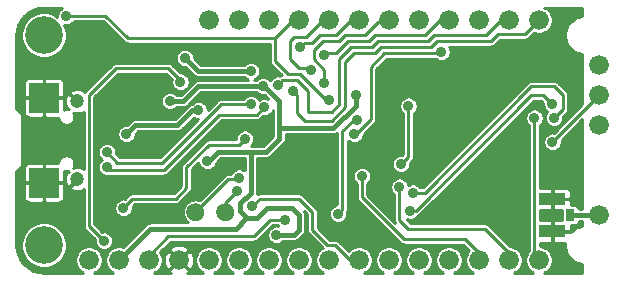
<source format=gbr>
G04 #@! TF.GenerationSoftware,KiCad,Pcbnew,5.0.2-bee76a0~70~ubuntu18.04.1*
G04 #@! TF.CreationDate,2018-12-27T22:39:35-06:00*
G04 #@! TF.ProjectId,Adafruit Feather M0 RFMxx,41646166-7275-4697-9420-466561746865,rev?*
G04 #@! TF.SameCoordinates,Original*
G04 #@! TF.FileFunction,Copper,L2,Bot*
G04 #@! TF.FilePolarity,Positive*
%FSLAX46Y46*%
G04 Gerber Fmt 4.6, Leading zero omitted, Abs format (unit mm)*
G04 Created by KiCad (PCBNEW 5.0.2-bee76a0~70~ubuntu18.04.1) date Thu 27 Dec 2018 10:39:35 PM CST*
%MOMM*%
%LPD*%
G01*
G04 APERTURE LIST*
G04 #@! TA.AperFunction,ComponentPad*
%ADD10C,3.200000*%
G04 #@! TD*
G04 #@! TA.AperFunction,ComponentPad*
%ADD11C,1.200000*%
G04 #@! TD*
G04 #@! TA.AperFunction,ComponentPad*
%ADD12R,2.500000X2.500000*%
G04 #@! TD*
G04 #@! TA.AperFunction,ComponentPad*
%ADD13C,1.676400*%
G04 #@! TD*
G04 #@! TA.AperFunction,Conductor*
%ADD14C,0.100000*%
G04 #@! TD*
G04 #@! TA.AperFunction,SMDPad,CuDef*
%ADD15C,1.500000*%
G04 #@! TD*
G04 #@! TA.AperFunction,SMDPad,CuDef*
%ADD16R,0.800000X1.000000*%
G04 #@! TD*
G04 #@! TA.AperFunction,SMDPad,CuDef*
%ADD17R,2.200000X1.050000*%
G04 #@! TD*
G04 #@! TA.AperFunction,ViaPad*
%ADD18C,0.906400*%
G04 #@! TD*
G04 #@! TA.AperFunction,Conductor*
%ADD19C,0.406400*%
G04 #@! TD*
G04 #@! TA.AperFunction,Conductor*
%ADD20C,0.254000*%
G04 #@! TD*
G04 APERTURE END LIST*
D10*
G04 #@! TO.P,U$31,P$1*
G04 #@! TO.N,N/C*
X125641100Y-96113600D03*
G04 #@! TD*
G04 #@! TO.P,U$32,P$1*
G04 #@! TO.N,N/C*
X125641100Y-113893600D03*
G04 #@! TD*
D11*
G04 #@! TO.P,X3,SPRT@2*
G04 #@! TO.N,GND*
X128446100Y-108303600D03*
G04 #@! TO.P,X3,SPRT@1*
X128446100Y-101703600D03*
D12*
G04 #@! TO.P,X3,SPRT@3*
X125646100Y-101403600D03*
G04 #@! TO.P,X3,SPRT@4*
X125646100Y-108603600D03*
G04 #@! TD*
D13*
G04 #@! TO.P,JP1,16*
G04 #@! TO.N,/~RESET*
X129451100Y-115163600D03*
G04 #@! TO.P,JP1,15*
G04 #@! TO.N,+3V3*
X131991100Y-115163600D03*
G04 #@! TO.P,JP1,14*
G04 #@! TO.N,/AREF*
X134531100Y-115163600D03*
G04 #@! TO.P,JP1,13*
G04 #@! TO.N,GND*
X137071100Y-115163600D03*
G04 #@! TO.P,JP1,12*
G04 #@! TO.N,/A0*
X139611100Y-115163600D03*
G04 #@! TO.P,JP1,11*
G04 #@! TO.N,/A1*
X142151100Y-115163600D03*
G04 #@! TO.P,JP1,10*
G04 #@! TO.N,/A2*
X144691100Y-115163600D03*
G04 #@! TO.P,JP1,9*
G04 #@! TO.N,/A3*
X147231100Y-115163600D03*
G04 #@! TO.P,JP1,8*
G04 #@! TO.N,/A4*
X149771100Y-115163600D03*
G04 #@! TO.P,JP1,7*
G04 #@! TO.N,/A5*
X152311100Y-115163600D03*
G04 #@! TO.P,JP1,6*
G04 #@! TO.N,/SCK*
X154851100Y-115163600D03*
G04 #@! TO.P,JP1,5*
G04 #@! TO.N,/MOSI*
X157391100Y-115163600D03*
G04 #@! TO.P,JP1,4*
G04 #@! TO.N,/MISO*
X159931100Y-115163600D03*
G04 #@! TO.P,JP1,3*
G04 #@! TO.N,/D0*
X162471100Y-115163600D03*
G04 #@! TO.P,JP1,2*
G04 #@! TO.N,/D1*
X165011100Y-115163600D03*
G04 #@! TO.P,JP1,1*
G04 #@! TO.N,/DIO1*
X167551100Y-115163600D03*
G04 #@! TD*
G04 #@! TO.P,JP3,12*
G04 #@! TO.N,/SDA*
X167551100Y-94843600D03*
G04 #@! TO.P,JP3,11*
G04 #@! TO.N,/SCL*
X165011100Y-94843600D03*
G04 #@! TO.P,JP3,10*
G04 #@! TO.N,/D5*
X162471100Y-94843600D03*
G04 #@! TO.P,JP3,9*
G04 #@! TO.N,/D6*
X159931100Y-94843600D03*
G04 #@! TO.P,JP3,8*
G04 #@! TO.N,/D9*
X157391100Y-94843600D03*
G04 #@! TO.P,JP3,7*
G04 #@! TO.N,/D10*
X154851100Y-94843600D03*
G04 #@! TO.P,JP3,6*
G04 #@! TO.N,/D11*
X152311100Y-94843600D03*
G04 #@! TO.P,JP3,5*
G04 #@! TO.N,/D12*
X149771100Y-94843600D03*
G04 #@! TO.P,JP3,4*
G04 #@! TO.N,/D13*
X147231100Y-94843600D03*
G04 #@! TO.P,JP3,3*
G04 #@! TO.N,VBUS*
X144691100Y-94843600D03*
G04 #@! TO.P,JP3,2*
G04 #@! TO.N,/EN*
X142151100Y-94843600D03*
G04 #@! TO.P,JP3,1*
G04 #@! TO.N,VBAT*
X139611100Y-94843600D03*
G04 #@! TD*
D14*
G04 #@! TO.N,/SWCLK*
G04 #@! TO.C,TP1*
G36*
X138541614Y-110353210D02*
X138614419Y-110364010D01*
X138685815Y-110381894D01*
X138755114Y-110406689D01*
X138821649Y-110438158D01*
X138884779Y-110475997D01*
X138943896Y-110519841D01*
X138998431Y-110569269D01*
X139047859Y-110623804D01*
X139091703Y-110682921D01*
X139129542Y-110746051D01*
X139161011Y-110812586D01*
X139185806Y-110881885D01*
X139203690Y-110953281D01*
X139214490Y-111026086D01*
X139218101Y-111099599D01*
X139218101Y-111099601D01*
X139214490Y-111173114D01*
X139203690Y-111245919D01*
X139185806Y-111317315D01*
X139161011Y-111386614D01*
X139129542Y-111453149D01*
X139091703Y-111516279D01*
X139047859Y-111575396D01*
X138998431Y-111629931D01*
X138943896Y-111679359D01*
X138884779Y-111723203D01*
X138821649Y-111761042D01*
X138755114Y-111792511D01*
X138685815Y-111817306D01*
X138614419Y-111835190D01*
X138541614Y-111845990D01*
X138468101Y-111849601D01*
X138468099Y-111849601D01*
X138394586Y-111845990D01*
X138321781Y-111835190D01*
X138250385Y-111817306D01*
X138181086Y-111792511D01*
X138114551Y-111761042D01*
X138051421Y-111723203D01*
X137992304Y-111679359D01*
X137937769Y-111629931D01*
X137888341Y-111575396D01*
X137844497Y-111516279D01*
X137806658Y-111453149D01*
X137775189Y-111386614D01*
X137750394Y-111317315D01*
X137732510Y-111245919D01*
X137721710Y-111173114D01*
X137718099Y-111099601D01*
X137718099Y-111099599D01*
X137721710Y-111026086D01*
X137732510Y-110953281D01*
X137750394Y-110881885D01*
X137775189Y-110812586D01*
X137806658Y-110746051D01*
X137844497Y-110682921D01*
X137888341Y-110623804D01*
X137937769Y-110569269D01*
X137992304Y-110519841D01*
X138051421Y-110475997D01*
X138114551Y-110438158D01*
X138181086Y-110406689D01*
X138250385Y-110381894D01*
X138321781Y-110364010D01*
X138394586Y-110353210D01*
X138468099Y-110349599D01*
X138468101Y-110349599D01*
X138541614Y-110353210D01*
X138541614Y-110353210D01*
G37*
D15*
G04 #@! TD*
G04 #@! TO.P,TP1,P$1*
G04 #@! TO.N,/SWCLK*
X138468100Y-111099600D03*
D14*
G04 #@! TO.N,/SWDIO*
G04 #@! TO.C,TP2*
G36*
X141081614Y-110353210D02*
X141154419Y-110364010D01*
X141225815Y-110381894D01*
X141295114Y-110406689D01*
X141361649Y-110438158D01*
X141424779Y-110475997D01*
X141483896Y-110519841D01*
X141538431Y-110569269D01*
X141587859Y-110623804D01*
X141631703Y-110682921D01*
X141669542Y-110746051D01*
X141701011Y-110812586D01*
X141725806Y-110881885D01*
X141743690Y-110953281D01*
X141754490Y-111026086D01*
X141758101Y-111099599D01*
X141758101Y-111099601D01*
X141754490Y-111173114D01*
X141743690Y-111245919D01*
X141725806Y-111317315D01*
X141701011Y-111386614D01*
X141669542Y-111453149D01*
X141631703Y-111516279D01*
X141587859Y-111575396D01*
X141538431Y-111629931D01*
X141483896Y-111679359D01*
X141424779Y-111723203D01*
X141361649Y-111761042D01*
X141295114Y-111792511D01*
X141225815Y-111817306D01*
X141154419Y-111835190D01*
X141081614Y-111845990D01*
X141008101Y-111849601D01*
X141008099Y-111849601D01*
X140934586Y-111845990D01*
X140861781Y-111835190D01*
X140790385Y-111817306D01*
X140721086Y-111792511D01*
X140654551Y-111761042D01*
X140591421Y-111723203D01*
X140532304Y-111679359D01*
X140477769Y-111629931D01*
X140428341Y-111575396D01*
X140384497Y-111516279D01*
X140346658Y-111453149D01*
X140315189Y-111386614D01*
X140290394Y-111317315D01*
X140272510Y-111245919D01*
X140261710Y-111173114D01*
X140258099Y-111099601D01*
X140258099Y-111099599D01*
X140261710Y-111026086D01*
X140272510Y-110953281D01*
X140290394Y-110881885D01*
X140315189Y-110812586D01*
X140346658Y-110746051D01*
X140384497Y-110682921D01*
X140428341Y-110623804D01*
X140477769Y-110569269D01*
X140532304Y-110519841D01*
X140591421Y-110475997D01*
X140654551Y-110438158D01*
X140721086Y-110406689D01*
X140790385Y-110381894D01*
X140861781Y-110364010D01*
X140934586Y-110353210D01*
X141008099Y-110349599D01*
X141008101Y-110349599D01*
X141081614Y-110353210D01*
X141081614Y-110353210D01*
G37*
D15*
G04 #@! TD*
G04 #@! TO.P,TP2,P$1*
G04 #@! TO.N,/SWDIO*
X141008100Y-111099600D03*
D13*
G04 #@! TO.P,JP2,1*
G04 #@! TO.N,Net-(JP2-Pad1)*
X172631100Y-111353600D03*
G04 #@! TD*
D16*
G04 #@! TO.P,X4,3*
G04 #@! TO.N,Net-(JP2-Pad1)*
X170219100Y-111353600D03*
D17*
G04 #@! TO.P,X4,2*
G04 #@! TO.N,GND*
X168694100Y-109978600D03*
G04 #@! TO.P,X4,1*
X168694100Y-112728600D03*
G04 #@! TD*
D13*
G04 #@! TO.P,JP5,3*
G04 #@! TO.N,/DIO2*
X172631100Y-98653600D03*
G04 #@! TO.P,JP5,2*
G04 #@! TO.N,/DIO3*
X172631100Y-101193600D03*
G04 #@! TO.P,JP5,1*
G04 #@! TO.N,/DIO5*
X172631100Y-103733600D03*
G04 #@! TD*
D18*
G04 #@! TO.N,GND*
X125514100Y-105003600D03*
X132753100Y-105892600D03*
X132118100Y-97510600D03*
X136944100Y-110845600D03*
X132372100Y-109194600D03*
X142151100Y-103733600D03*
X141262100Y-98018600D03*
X145453100Y-106781600D03*
X147231100Y-105003600D03*
X149009100Y-106908600D03*
X146469100Y-108559600D03*
X131483100Y-100812600D03*
X152565100Y-111607600D03*
X155867100Y-98526600D03*
X168694100Y-108432600D03*
X166281100Y-108940600D03*
X168567100Y-114020600D03*
X166281100Y-112496600D03*
X165519100Y-104241600D03*
X163106100Y-102082600D03*
X161836100Y-103860600D03*
X162217100Y-111480600D03*
X162217100Y-107289600D03*
X165900100Y-100304600D03*
X168313100Y-98653600D03*
X169202100Y-96240600D03*
X160820100Y-98272600D03*
X164630100Y-97764600D03*
X160820100Y-100431600D03*
X158788100Y-100812600D03*
X160566100Y-102336600D03*
X164249100Y-111607600D03*
X164249100Y-108686600D03*
X162090100Y-109448600D03*
X166154100Y-106527600D03*
X166154100Y-110972600D03*
X163995100Y-105511600D03*
G04 #@! TO.N,+3V3*
X136309100Y-101701600D03*
X145326100Y-113004600D03*
X139484100Y-106781600D03*
X152057100Y-101193600D03*
X144183100Y-100431600D03*
G04 #@! TO.N,VBUS*
X132626100Y-104495600D03*
X138722100Y-102463600D03*
G04 #@! TO.N,VBAT*
X137565318Y-98033382D03*
X143167100Y-99161600D03*
G04 #@! TO.N,/AREF*
X146088100Y-111734600D03*
G04 #@! TO.N,/D13*
X127546100Y-94462600D03*
X149771100Y-101574600D03*
G04 #@! TO.N,/~RESET*
X132372100Y-110718600D03*
X142659100Y-104876600D03*
G04 #@! TO.N,/D+*
X130975100Y-107289600D03*
X144310100Y-102209600D03*
G04 #@! TO.N,/D-*
X130975100Y-106019600D03*
X143167100Y-101955600D03*
G04 #@! TO.N,/A5*
X143294100Y-110591600D03*
G04 #@! TO.N,/MOSI*
X155867100Y-107035600D03*
X156502100Y-102082600D03*
G04 #@! TO.N,/D0*
X152565100Y-108051600D03*
G04 #@! TO.N,/D1*
X155740100Y-108940600D03*
G04 #@! TO.N,/DIO1*
X167170100Y-103098600D03*
G04 #@! TO.N,/SDA*
X146723100Y-100812600D03*
G04 #@! TO.N,/SCL*
X145453100Y-100304600D03*
G04 #@! TO.N,/D5*
X151930100Y-104495600D03*
X159296100Y-97510600D03*
G04 #@! TO.N,/D6*
X149390100Y-97764600D03*
G04 #@! TO.N,/D9*
X150533100Y-111226600D03*
X152120600Y-103289100D03*
G04 #@! TO.N,/D10*
X149390100Y-100177600D03*
G04 #@! TO.N,/D11*
X147358100Y-97129600D03*
G04 #@! TO.N,/D12*
X148247100Y-99034600D03*
G04 #@! TO.N,Net-(R2-Pad2)*
X137198100Y-100050600D03*
X130721100Y-113512600D03*
G04 #@! TO.N,/SWDIO*
X142024100Y-109321600D03*
G04 #@! TO.N,/SWCLK*
X142151100Y-108178600D03*
G04 #@! TO.N,/D3_IRQ*
X156629100Y-110972600D03*
X168694100Y-101955600D03*
G04 #@! TO.N,/DIO5*
X156883100Y-109448600D03*
X168821100Y-103098600D03*
G04 #@! TO.N,/DIO3*
X168694100Y-105130600D03*
G04 #@! TD*
D19*
G04 #@! TO.N,+3V3*
X144564100Y-110718600D02*
X146600100Y-110718600D01*
X146600100Y-110718600D02*
X147231100Y-111349600D01*
X147231100Y-111349600D02*
X147231100Y-112623600D01*
X147231100Y-112623600D02*
X146850100Y-113004600D01*
X146850100Y-113004600D02*
X145326100Y-113004600D01*
X144310100Y-100431600D02*
X145580100Y-101701600D01*
X145580100Y-101701600D02*
X145580100Y-103860600D01*
X145580100Y-103860600D02*
X145580100Y-104876600D01*
X145580100Y-104876600D02*
X144437100Y-106019600D01*
X144437100Y-106019600D02*
X143167100Y-106019600D01*
X143167100Y-106019600D02*
X140373100Y-106019600D01*
D20*
X144310100Y-100431600D02*
X144183100Y-100431600D01*
D19*
X137452100Y-101701600D02*
X136309100Y-101701600D01*
X137452100Y-101701600D02*
X138722100Y-100431600D01*
X138722100Y-100431600D02*
X144183100Y-100431600D01*
X140373100Y-106019600D02*
X139484100Y-106908600D01*
X139484100Y-106908600D02*
X139484100Y-106781600D01*
X145580100Y-103860600D02*
X145707100Y-103987600D01*
X145707100Y-103987600D02*
X150152100Y-103987600D01*
X150152100Y-103987600D02*
X152057100Y-102082600D01*
X152057100Y-102082600D02*
X152057100Y-101193600D01*
X143167100Y-106019600D02*
X143167100Y-109448600D01*
X143167100Y-109448600D02*
X142278100Y-110337600D01*
X142278100Y-110337600D02*
X142278100Y-110972600D01*
X142278100Y-110972600D02*
X142786100Y-111480600D01*
X142786100Y-111480600D02*
X142913100Y-111607600D01*
X142913100Y-111607600D02*
X143675100Y-111607600D01*
X143675100Y-111607600D02*
X144564100Y-110718600D01*
X131991100Y-115163600D02*
X134658100Y-112496600D01*
X134658100Y-112496600D02*
X141897100Y-112496600D01*
X141897100Y-112496600D02*
X142786100Y-111607600D01*
X142786100Y-111607600D02*
X142786100Y-111480600D01*
G04 #@! TO.N,VBUS*
X132626100Y-104495600D02*
X133388100Y-103733600D01*
X133388100Y-103733600D02*
X136944100Y-103733600D01*
X136944100Y-103733600D02*
X138214100Y-102463600D01*
X138214100Y-102463600D02*
X138722100Y-102463600D01*
G04 #@! TO.N,VBAT*
X143167100Y-99161600D02*
X138693537Y-99161600D01*
X138693537Y-99161600D02*
X137565318Y-98033382D01*
D20*
G04 #@! TO.N,/AREF*
X134531100Y-114655600D02*
X134531100Y-115163600D01*
X146088100Y-111734600D02*
X144818100Y-111734600D01*
X144818100Y-111734600D02*
X143421100Y-113131600D01*
X143421100Y-113131600D02*
X136182100Y-113131600D01*
X136182100Y-113131600D02*
X134531100Y-114782600D01*
X134531100Y-114782600D02*
X134531100Y-115163600D01*
G04 #@! TO.N,/D13*
X132753100Y-96367600D02*
X145199100Y-96367600D01*
X132753100Y-96367600D02*
X130848100Y-94462600D01*
X130848100Y-94462600D02*
X127546100Y-94462600D01*
X149771100Y-101574600D02*
X149517100Y-101574600D01*
X149517100Y-101574600D02*
X147358100Y-99415600D01*
X147358100Y-99415600D02*
X146342100Y-99415600D01*
X146342100Y-99415600D02*
X145199100Y-98272600D01*
X145199100Y-98272600D02*
X145199100Y-96367600D01*
X145199100Y-96367600D02*
X146723100Y-94843600D01*
X146723100Y-94843600D02*
X147231100Y-94843600D01*
G04 #@! TO.N,/~RESET*
X133134100Y-109956600D02*
X132372100Y-110718600D01*
X136817100Y-109956600D02*
X137706100Y-109067600D01*
X137706100Y-109067600D02*
X137706100Y-107289600D01*
X137706100Y-107289600D02*
X139611100Y-105384600D01*
X139611100Y-105384600D02*
X142151100Y-105384600D01*
X142151100Y-105384600D02*
X142659100Y-104876600D01*
X136817100Y-109956600D02*
X133134100Y-109956600D01*
G04 #@! TO.N,/D+*
X130975100Y-107289600D02*
X131229100Y-107543600D01*
X131229100Y-107543600D02*
X135801100Y-107543600D01*
X135801100Y-107543600D02*
X140500100Y-102844600D01*
X143675100Y-102844600D02*
X144310100Y-102209600D01*
X140500100Y-102844600D02*
X143675100Y-102844600D01*
G04 #@! TO.N,/D-*
X130975100Y-106019600D02*
X131864100Y-106908600D01*
X131864100Y-106908600D02*
X135674100Y-106908600D01*
X135674100Y-106908600D02*
X140627100Y-101955600D01*
X140627100Y-101955600D02*
X143167100Y-101955600D01*
G04 #@! TO.N,/A5*
X143294100Y-110591600D02*
X143929100Y-109956600D01*
X143929100Y-109956600D02*
X147231100Y-109956600D01*
X147231100Y-109956600D02*
X148374100Y-111099600D01*
X148374100Y-111099600D02*
X148374100Y-112623600D01*
X148374100Y-112623600D02*
X149644100Y-113893600D01*
X149644100Y-113893600D02*
X150279100Y-113893600D01*
X150279100Y-113893600D02*
X151549100Y-115163600D01*
X151549100Y-115163600D02*
X152311100Y-115163600D01*
G04 #@! TO.N,/MOSI*
X155867100Y-107035600D02*
X156502100Y-106400600D01*
X156502100Y-106400600D02*
X156502100Y-102082600D01*
G04 #@! TO.N,/D0*
X156121100Y-113385600D02*
X161328100Y-113385600D01*
X161328100Y-113385600D02*
X162471100Y-114528600D01*
X162471100Y-114528600D02*
X162471100Y-115163600D01*
X156121100Y-113385600D02*
X152565100Y-109829600D01*
X152565100Y-109829600D02*
X152565100Y-108051600D01*
G04 #@! TO.N,/D1*
X155740100Y-108940600D02*
X155740100Y-111734600D01*
X155740100Y-111734600D02*
X156502100Y-112496600D01*
X156502100Y-112496600D02*
X162979100Y-112496600D01*
X162979100Y-112496600D02*
X165011100Y-114528600D01*
X165011100Y-114528600D02*
X165011100Y-115163600D01*
G04 #@! TO.N,/DIO1*
X167170100Y-103098600D02*
X167170100Y-114782600D01*
X167170100Y-114782600D02*
X167551100Y-115163600D01*
G04 #@! TO.N,/SDA*
X158915100Y-96621600D02*
X163487100Y-96621600D01*
X163487100Y-96621600D02*
X164058600Y-96050100D01*
X164058600Y-96050100D02*
X166344600Y-96050100D01*
X166344600Y-96050100D02*
X167551100Y-94843600D01*
X151168100Y-98399600D02*
X151168100Y-102209600D01*
X151168100Y-102209600D02*
X150025100Y-103352600D01*
X150025100Y-103352600D02*
X147739100Y-103352600D01*
X147739100Y-103352600D02*
X147104100Y-102717600D01*
X151168100Y-98399600D02*
X151930100Y-97637600D01*
X151930100Y-97637600D02*
X153708100Y-97637600D01*
X153708100Y-97637600D02*
X154216100Y-97129600D01*
X154216100Y-97129600D02*
X158407100Y-97129600D01*
X158407100Y-97129600D02*
X158915100Y-96621600D01*
X147104100Y-102717600D02*
X147104100Y-101193600D01*
X147104100Y-101193600D02*
X146723100Y-100812600D01*
G04 #@! TO.N,/SCL*
X158661100Y-96113600D02*
X163106100Y-96113600D01*
X163106100Y-96113600D02*
X164376100Y-94843600D01*
X164376100Y-94843600D02*
X165011100Y-94843600D01*
X151676100Y-97129600D02*
X150660100Y-98145600D01*
X150660100Y-98145600D02*
X150660100Y-101955600D01*
X150660100Y-101955600D02*
X150025100Y-102590600D01*
X150025100Y-102590600D02*
X147993100Y-102590600D01*
X147993100Y-102590600D02*
X147993100Y-100812600D01*
X147993100Y-100812600D02*
X147104100Y-99923600D01*
X147104100Y-99923600D02*
X145834100Y-99923600D01*
X145834100Y-99923600D02*
X145453100Y-100304600D01*
X151676100Y-97129600D02*
X153454100Y-97129600D01*
X153454100Y-97129600D02*
X153962100Y-96621600D01*
X153962100Y-96621600D02*
X158153100Y-96621600D01*
X158153100Y-96621600D02*
X158661100Y-96113600D01*
G04 #@! TO.N,/D5*
X151930100Y-104495600D02*
X152057100Y-104495600D01*
X152057100Y-104495600D02*
X153327100Y-103225600D01*
X153327100Y-103225600D02*
X153327100Y-98780600D01*
X153327100Y-98780600D02*
X154470100Y-97637600D01*
X154470100Y-97637600D02*
X159169100Y-97637600D01*
X159169100Y-97637600D02*
X159296100Y-97510600D01*
G04 #@! TO.N,/D6*
X159169100Y-94843600D02*
X159931100Y-94843600D01*
X159169100Y-94843600D02*
X157899100Y-96113600D01*
X157899100Y-96113600D02*
X153708100Y-96113600D01*
X153708100Y-96113600D02*
X153200100Y-96621600D01*
X153200100Y-96621600D02*
X151422100Y-96621600D01*
X151422100Y-96621600D02*
X150406100Y-97637600D01*
X150406100Y-97637600D02*
X149517100Y-97637600D01*
X149517100Y-97637600D02*
X149390100Y-97764600D01*
G04 #@! TO.N,/D9*
X150914100Y-104241600D02*
X150914100Y-110845600D01*
X150914100Y-110845600D02*
X150533100Y-111226600D01*
X150914100Y-104241600D02*
X151866600Y-103289100D01*
X151866600Y-103289100D02*
X152120600Y-103289100D01*
G04 #@! TO.N,/D10*
X149390100Y-100177600D02*
X149390100Y-99034600D01*
X149390100Y-99034600D02*
X148501100Y-98145600D01*
X148501100Y-98145600D02*
X148501100Y-97383600D01*
X148501100Y-97383600D02*
X149263100Y-96621600D01*
X149263100Y-96621600D02*
X150660100Y-96621600D01*
X150660100Y-96621600D02*
X151168100Y-96113600D01*
X151168100Y-96113600D02*
X152819100Y-96113600D01*
X152819100Y-96113600D02*
X153962100Y-94970600D01*
X153962100Y-94970600D02*
X154724100Y-94970600D01*
X154724100Y-94970600D02*
X154851100Y-94843600D01*
G04 #@! TO.N,/D11*
X147358100Y-97129600D02*
X147739100Y-96748600D01*
X147739100Y-96748600D02*
X148374100Y-96748600D01*
X148374100Y-96748600D02*
X149009100Y-96113600D01*
X149009100Y-96113600D02*
X150406100Y-96113600D01*
X150406100Y-96113600D02*
X151676100Y-94843600D01*
X151676100Y-94843600D02*
X152311100Y-94843600D01*
G04 #@! TO.N,/D12*
X149771100Y-94843600D02*
X149263100Y-94843600D01*
X149263100Y-94843600D02*
X147866100Y-96240600D01*
X147866100Y-96240600D02*
X146850100Y-96240600D01*
X146850100Y-96240600D02*
X146469100Y-96621600D01*
X146469100Y-96621600D02*
X146469100Y-98145600D01*
X146469100Y-98145600D02*
X147231100Y-98907600D01*
X147231100Y-98907600D02*
X148120100Y-98907600D01*
X148120100Y-98907600D02*
X148247100Y-99034600D01*
G04 #@! TO.N,Net-(R2-Pad2)*
X136182100Y-98907600D02*
X131737100Y-98907600D01*
X131737100Y-98907600D02*
X129451100Y-101193600D01*
X129451100Y-101193600D02*
X129451100Y-112242600D01*
X129451100Y-112242600D02*
X130721100Y-113512600D01*
X136182100Y-98907600D02*
X137198100Y-99923600D01*
X137198100Y-99923600D02*
X137198100Y-100050600D01*
G04 #@! TO.N,/SWDIO*
X142024100Y-109321600D02*
X142151100Y-109321600D01*
X141008100Y-111099600D02*
X141008100Y-110337600D01*
X141008100Y-110337600D02*
X142024100Y-109321600D01*
G04 #@! TO.N,/SWCLK*
X142151100Y-108178600D02*
X142024100Y-108305600D01*
X142024100Y-108305600D02*
X141262100Y-108305600D01*
X141262100Y-108305600D02*
X138468100Y-111099600D01*
G04 #@! TO.N,/D3_IRQ*
X168694100Y-101955600D02*
X167932100Y-101193600D01*
X167932100Y-101193600D02*
X166916100Y-101193600D01*
X166916100Y-101193600D02*
X157137100Y-110972600D01*
X157137100Y-110972600D02*
X156629100Y-110972600D01*
D19*
G04 #@! TO.N,Net-(JP2-Pad1)*
X170219100Y-111353600D02*
X172631100Y-111353600D01*
D20*
G04 #@! TO.N,/DIO5*
X156883100Y-109448600D02*
X157899100Y-109448600D01*
X157899100Y-109448600D02*
X166916100Y-100431600D01*
X166916100Y-100431600D02*
X168821100Y-100431600D01*
X168821100Y-100431600D02*
X169583100Y-101193600D01*
X169583100Y-101193600D02*
X169583100Y-102336600D01*
X169583100Y-102336600D02*
X168821100Y-103098600D01*
G04 #@! TO.N,/DIO3*
X172631100Y-101193600D02*
X168694100Y-105130600D01*
G04 #@! TD*
G04 #@! TO.N,GND*
G36*
X127048752Y-93856579D02*
X126940079Y-93965252D01*
X126854696Y-94093037D01*
X126795883Y-94235024D01*
X126765900Y-94385757D01*
X126765900Y-94539443D01*
X126767768Y-94548832D01*
X126553877Y-94405915D01*
X126203185Y-94260653D01*
X125830893Y-94186600D01*
X125451307Y-94186600D01*
X125079015Y-94260653D01*
X124728323Y-94405915D01*
X124412709Y-94616801D01*
X124144301Y-94885209D01*
X123933415Y-95200823D01*
X123788153Y-95551515D01*
X123714100Y-95923807D01*
X123714100Y-96303393D01*
X123788153Y-96675685D01*
X123933415Y-97026377D01*
X124144301Y-97341991D01*
X124412709Y-97610399D01*
X124728323Y-97821285D01*
X125079015Y-97966547D01*
X125451307Y-98040600D01*
X125830893Y-98040600D01*
X126203185Y-97966547D01*
X126553877Y-97821285D01*
X126869491Y-97610399D01*
X127137899Y-97341991D01*
X127348785Y-97026377D01*
X127494047Y-96675685D01*
X127568100Y-96303393D01*
X127568100Y-95923807D01*
X127494047Y-95551515D01*
X127356916Y-95220454D01*
X127469257Y-95242800D01*
X127622943Y-95242800D01*
X127773676Y-95212817D01*
X127915663Y-95154004D01*
X128043448Y-95068621D01*
X128152121Y-94959948D01*
X128181085Y-94916600D01*
X130660048Y-94916600D01*
X132416310Y-96672863D01*
X132430521Y-96690179D01*
X132499651Y-96746913D01*
X132578521Y-96789070D01*
X132664100Y-96815030D01*
X132672521Y-96815859D01*
X132730805Y-96821600D01*
X132730812Y-96821600D01*
X132753100Y-96823795D01*
X132775388Y-96821600D01*
X144745101Y-96821600D01*
X144745100Y-98250312D01*
X144742905Y-98272600D01*
X144745100Y-98294888D01*
X144745100Y-98294894D01*
X144750754Y-98352298D01*
X144751670Y-98361599D01*
X144763709Y-98401287D01*
X144777630Y-98447178D01*
X144819787Y-98526048D01*
X144876521Y-98595179D01*
X144893842Y-98609394D01*
X145759226Y-99474779D01*
X145754401Y-99475254D01*
X145745100Y-99476170D01*
X145712049Y-99486196D01*
X145659521Y-99502130D01*
X145594014Y-99537145D01*
X145529943Y-99524400D01*
X145376257Y-99524400D01*
X145225524Y-99554383D01*
X145083537Y-99613196D01*
X144955752Y-99698579D01*
X144847079Y-99807252D01*
X144772995Y-99918126D01*
X144680448Y-99825579D01*
X144552663Y-99740196D01*
X144410676Y-99681383D01*
X144259943Y-99651400D01*
X144106257Y-99651400D01*
X143955524Y-99681383D01*
X143813537Y-99740196D01*
X143685752Y-99825579D01*
X143609931Y-99901400D01*
X143419825Y-99901400D01*
X143536663Y-99853004D01*
X143664448Y-99767621D01*
X143773121Y-99658948D01*
X143858504Y-99531163D01*
X143917317Y-99389176D01*
X143947300Y-99238443D01*
X143947300Y-99084757D01*
X143917317Y-98934024D01*
X143858504Y-98792037D01*
X143773121Y-98664252D01*
X143664448Y-98555579D01*
X143536663Y-98470196D01*
X143394676Y-98411383D01*
X143243943Y-98381400D01*
X143090257Y-98381400D01*
X142939524Y-98411383D01*
X142797537Y-98470196D01*
X142669752Y-98555579D01*
X142593931Y-98631400D01*
X138913153Y-98631400D01*
X138345518Y-98063766D01*
X138345518Y-97956539D01*
X138315535Y-97805806D01*
X138256722Y-97663819D01*
X138171339Y-97536034D01*
X138062666Y-97427361D01*
X137934881Y-97341978D01*
X137792894Y-97283165D01*
X137642161Y-97253182D01*
X137488475Y-97253182D01*
X137337742Y-97283165D01*
X137195755Y-97341978D01*
X137067970Y-97427361D01*
X136959297Y-97536034D01*
X136873914Y-97663819D01*
X136815101Y-97805806D01*
X136785118Y-97956539D01*
X136785118Y-98110225D01*
X136815101Y-98260958D01*
X136873914Y-98402945D01*
X136959297Y-98530730D01*
X137067970Y-98639403D01*
X137195755Y-98724786D01*
X137337742Y-98783599D01*
X137488475Y-98813582D01*
X137595702Y-98813582D01*
X138300212Y-99518091D01*
X138316815Y-99538322D01*
X138397549Y-99604578D01*
X138489657Y-99653811D01*
X138589600Y-99684128D01*
X138667494Y-99691800D01*
X138667497Y-99691800D01*
X138693537Y-99694365D01*
X138719577Y-99691800D01*
X142593931Y-99691800D01*
X142669752Y-99767621D01*
X142797537Y-99853004D01*
X142914375Y-99901400D01*
X138748139Y-99901400D01*
X138722099Y-99898835D01*
X138696059Y-99901400D01*
X138696057Y-99901400D01*
X138618163Y-99909072D01*
X138518220Y-99939389D01*
X138426112Y-99988622D01*
X138345378Y-100054878D01*
X138328775Y-100075109D01*
X137232485Y-101171400D01*
X136882269Y-101171400D01*
X136806448Y-101095579D01*
X136678663Y-101010196D01*
X136536676Y-100951383D01*
X136385943Y-100921400D01*
X136232257Y-100921400D01*
X136081524Y-100951383D01*
X135939537Y-101010196D01*
X135811752Y-101095579D01*
X135703079Y-101204252D01*
X135617696Y-101332037D01*
X135558883Y-101474024D01*
X135528900Y-101624757D01*
X135528900Y-101778443D01*
X135558883Y-101929176D01*
X135617696Y-102071163D01*
X135703079Y-102198948D01*
X135811752Y-102307621D01*
X135939537Y-102393004D01*
X136081524Y-102451817D01*
X136232257Y-102481800D01*
X136385943Y-102481800D01*
X136536676Y-102451817D01*
X136678663Y-102393004D01*
X136806448Y-102307621D01*
X136882269Y-102231800D01*
X137426060Y-102231800D01*
X137452100Y-102234365D01*
X137478140Y-102231800D01*
X137478143Y-102231800D01*
X137556037Y-102224128D01*
X137655980Y-102193811D01*
X137748088Y-102144578D01*
X137828822Y-102078322D01*
X137845429Y-102058086D01*
X138941716Y-100961800D01*
X143609931Y-100961800D01*
X143685752Y-101037621D01*
X143813537Y-101123004D01*
X143955524Y-101181817D01*
X144106257Y-101211800D01*
X144259943Y-101211800D01*
X144327122Y-101198437D01*
X144623700Y-101495015D01*
X144537676Y-101459383D01*
X144386943Y-101429400D01*
X144233257Y-101429400D01*
X144082524Y-101459383D01*
X143940537Y-101518196D01*
X143852486Y-101577030D01*
X143773121Y-101458252D01*
X143664448Y-101349579D01*
X143536663Y-101264196D01*
X143394676Y-101205383D01*
X143243943Y-101175400D01*
X143090257Y-101175400D01*
X142939524Y-101205383D01*
X142797537Y-101264196D01*
X142669752Y-101349579D01*
X142561079Y-101458252D01*
X142532115Y-101501600D01*
X140649388Y-101501600D01*
X140627100Y-101499405D01*
X140604812Y-101501600D01*
X140604805Y-101501600D01*
X140546521Y-101507341D01*
X140538100Y-101508170D01*
X140464847Y-101530391D01*
X140452521Y-101534130D01*
X140373651Y-101576287D01*
X140304521Y-101633021D01*
X140290310Y-101650337D01*
X139502300Y-102438347D01*
X139502300Y-102386757D01*
X139472317Y-102236024D01*
X139413504Y-102094037D01*
X139328121Y-101966252D01*
X139219448Y-101857579D01*
X139091663Y-101772196D01*
X138949676Y-101713383D01*
X138798943Y-101683400D01*
X138645257Y-101683400D01*
X138494524Y-101713383D01*
X138352537Y-101772196D01*
X138224752Y-101857579D01*
X138144656Y-101937675D01*
X138110163Y-101941072D01*
X138010220Y-101971389D01*
X137918112Y-102020622D01*
X137837378Y-102086878D01*
X137820775Y-102107109D01*
X136724485Y-103203400D01*
X133414143Y-103203400D01*
X133388100Y-103200835D01*
X133284162Y-103211072D01*
X133253845Y-103220269D01*
X133184220Y-103241389D01*
X133092112Y-103290622D01*
X133011378Y-103356878D01*
X132994776Y-103377108D01*
X132656484Y-103715400D01*
X132549257Y-103715400D01*
X132398524Y-103745383D01*
X132256537Y-103804196D01*
X132128752Y-103889579D01*
X132020079Y-103998252D01*
X131934696Y-104126037D01*
X131875883Y-104268024D01*
X131845900Y-104418757D01*
X131845900Y-104572443D01*
X131875883Y-104723176D01*
X131934696Y-104865163D01*
X132020079Y-104992948D01*
X132128752Y-105101621D01*
X132256537Y-105187004D01*
X132398524Y-105245817D01*
X132549257Y-105275800D01*
X132702943Y-105275800D01*
X132853676Y-105245817D01*
X132995663Y-105187004D01*
X133123448Y-105101621D01*
X133232121Y-104992948D01*
X133317504Y-104865163D01*
X133376317Y-104723176D01*
X133406300Y-104572443D01*
X133406300Y-104465216D01*
X133607716Y-104263800D01*
X136918060Y-104263800D01*
X136944100Y-104266365D01*
X136970140Y-104263800D01*
X136970143Y-104263800D01*
X137048037Y-104256128D01*
X137147980Y-104225811D01*
X137240088Y-104176578D01*
X137320822Y-104110322D01*
X137337429Y-104090086D01*
X138304565Y-103122950D01*
X138352537Y-103155004D01*
X138494524Y-103213817D01*
X138645257Y-103243800D01*
X138696847Y-103243800D01*
X135486048Y-106454600D01*
X132052153Y-106454600D01*
X131745129Y-106147576D01*
X131755300Y-106096443D01*
X131755300Y-105942757D01*
X131725317Y-105792024D01*
X131666504Y-105650037D01*
X131581121Y-105522252D01*
X131472448Y-105413579D01*
X131344663Y-105328196D01*
X131202676Y-105269383D01*
X131051943Y-105239400D01*
X130898257Y-105239400D01*
X130747524Y-105269383D01*
X130605537Y-105328196D01*
X130477752Y-105413579D01*
X130369079Y-105522252D01*
X130283696Y-105650037D01*
X130224883Y-105792024D01*
X130194900Y-105942757D01*
X130194900Y-106096443D01*
X130224883Y-106247176D01*
X130283696Y-106389163D01*
X130369079Y-106516948D01*
X130477752Y-106625621D01*
X130521122Y-106654600D01*
X130477752Y-106683579D01*
X130369079Y-106792252D01*
X130283696Y-106920037D01*
X130224883Y-107062024D01*
X130194900Y-107212757D01*
X130194900Y-107366443D01*
X130224883Y-107517176D01*
X130283696Y-107659163D01*
X130369079Y-107786948D01*
X130477752Y-107895621D01*
X130605537Y-107981004D01*
X130747524Y-108039817D01*
X130898257Y-108069800D01*
X131051943Y-108069800D01*
X131202676Y-108039817D01*
X131304597Y-107997600D01*
X135778812Y-107997600D01*
X135801100Y-107999795D01*
X135823388Y-107997600D01*
X135823395Y-107997600D01*
X135890099Y-107991030D01*
X135975679Y-107965070D01*
X136054549Y-107922913D01*
X136123679Y-107866179D01*
X136137895Y-107848857D01*
X140688153Y-103298600D01*
X143652812Y-103298600D01*
X143675100Y-103300795D01*
X143697388Y-103298600D01*
X143697395Y-103298600D01*
X143764099Y-103292030D01*
X143849679Y-103266070D01*
X143928549Y-103223913D01*
X143997679Y-103167179D01*
X144011894Y-103149858D01*
X144182124Y-102979629D01*
X144233257Y-102989800D01*
X144386943Y-102989800D01*
X144537676Y-102959817D01*
X144679663Y-102901004D01*
X144807448Y-102815621D01*
X144916121Y-102706948D01*
X145001504Y-102579163D01*
X145049900Y-102462324D01*
X145049901Y-103834550D01*
X145047335Y-103860600D01*
X145049900Y-103886641D01*
X145049901Y-104656983D01*
X144217485Y-105489400D01*
X143193142Y-105489400D01*
X143167100Y-105486835D01*
X143147209Y-105488794D01*
X143156448Y-105482621D01*
X143265121Y-105373948D01*
X143350504Y-105246163D01*
X143409317Y-105104176D01*
X143439300Y-104953443D01*
X143439300Y-104799757D01*
X143409317Y-104649024D01*
X143350504Y-104507037D01*
X143265121Y-104379252D01*
X143156448Y-104270579D01*
X143028663Y-104185196D01*
X142886676Y-104126383D01*
X142735943Y-104096400D01*
X142582257Y-104096400D01*
X142431524Y-104126383D01*
X142289537Y-104185196D01*
X142161752Y-104270579D01*
X142053079Y-104379252D01*
X141967696Y-104507037D01*
X141908883Y-104649024D01*
X141878900Y-104799757D01*
X141878900Y-104930600D01*
X139633388Y-104930600D01*
X139611100Y-104928405D01*
X139588812Y-104930600D01*
X139588805Y-104930600D01*
X139530521Y-104936341D01*
X139522100Y-104937170D01*
X139481124Y-104949600D01*
X139436521Y-104963130D01*
X139357651Y-105005287D01*
X139288521Y-105062021D01*
X139274310Y-105079337D01*
X137400839Y-106952809D01*
X137383522Y-106967021D01*
X137326788Y-107036151D01*
X137312959Y-107062024D01*
X137284630Y-107115022D01*
X137258670Y-107200601D01*
X137249905Y-107289600D01*
X137252101Y-107311898D01*
X137252100Y-108879547D01*
X136629048Y-109502600D01*
X133156388Y-109502600D01*
X133134100Y-109500405D01*
X133111812Y-109502600D01*
X133111805Y-109502600D01*
X133053521Y-109508341D01*
X133045100Y-109509170D01*
X132991455Y-109525443D01*
X132959521Y-109535130D01*
X132880651Y-109577287D01*
X132811521Y-109634021D01*
X132797310Y-109651337D01*
X132500076Y-109948571D01*
X132448943Y-109938400D01*
X132295257Y-109938400D01*
X132144524Y-109968383D01*
X132002537Y-110027196D01*
X131874752Y-110112579D01*
X131766079Y-110221252D01*
X131680696Y-110349037D01*
X131621883Y-110491024D01*
X131591900Y-110641757D01*
X131591900Y-110795443D01*
X131621883Y-110946176D01*
X131680696Y-111088163D01*
X131766079Y-111215948D01*
X131874752Y-111324621D01*
X132002537Y-111410004D01*
X132144524Y-111468817D01*
X132295257Y-111498800D01*
X132448943Y-111498800D01*
X132599676Y-111468817D01*
X132741663Y-111410004D01*
X132869448Y-111324621D01*
X132978121Y-111215948D01*
X133063504Y-111088163D01*
X133122317Y-110946176D01*
X133152300Y-110795443D01*
X133152300Y-110641757D01*
X133142129Y-110590624D01*
X133322153Y-110410600D01*
X136794812Y-110410600D01*
X136817100Y-110412795D01*
X136839388Y-110410600D01*
X136839395Y-110410600D01*
X136906099Y-110404030D01*
X136991679Y-110378070D01*
X137070549Y-110335913D01*
X137139679Y-110279179D01*
X137153894Y-110261858D01*
X138011364Y-109404389D01*
X138028679Y-109390179D01*
X138085413Y-109321049D01*
X138127570Y-109242179D01*
X138131201Y-109230208D01*
X138153530Y-109156600D01*
X138155977Y-109131753D01*
X138160100Y-109089895D01*
X138160100Y-109089888D01*
X138162295Y-109067600D01*
X138160100Y-109045312D01*
X138160100Y-107477652D01*
X138716411Y-106921341D01*
X138733883Y-107009176D01*
X138792696Y-107151163D01*
X138878079Y-107278948D01*
X138986752Y-107387621D01*
X139114537Y-107473004D01*
X139256524Y-107531817D01*
X139407257Y-107561800D01*
X139560943Y-107561800D01*
X139711676Y-107531817D01*
X139853663Y-107473004D01*
X139981448Y-107387621D01*
X140090121Y-107278948D01*
X140175504Y-107151163D01*
X140234317Y-107009176D01*
X140259390Y-106883125D01*
X140592716Y-106549800D01*
X142636900Y-106549800D01*
X142636900Y-107564863D01*
X142520663Y-107487196D01*
X142378676Y-107428383D01*
X142227943Y-107398400D01*
X142074257Y-107398400D01*
X141923524Y-107428383D01*
X141781537Y-107487196D01*
X141653752Y-107572579D01*
X141545079Y-107681252D01*
X141459696Y-107809037D01*
X141442066Y-107851600D01*
X141284388Y-107851600D01*
X141262100Y-107849405D01*
X141239812Y-107851600D01*
X141239805Y-107851600D01*
X141181521Y-107857341D01*
X141173100Y-107858170D01*
X141099847Y-107880391D01*
X141087521Y-107884130D01*
X141008651Y-107926287D01*
X140939521Y-107983021D01*
X140925310Y-108000337D01*
X138836104Y-110089544D01*
X138678522Y-110041742D01*
X138468101Y-110021017D01*
X138468099Y-110021017D01*
X138257678Y-110041742D01*
X138055344Y-110103119D01*
X137868871Y-110202791D01*
X137705426Y-110336926D01*
X137571291Y-110500371D01*
X137471619Y-110686844D01*
X137410242Y-110889178D01*
X137389517Y-111099599D01*
X137389517Y-111099601D01*
X137410242Y-111310022D01*
X137471619Y-111512356D01*
X137571291Y-111698829D01*
X137705426Y-111862274D01*
X137832305Y-111966400D01*
X134684143Y-111966400D01*
X134658100Y-111963835D01*
X134554162Y-111974072D01*
X134523845Y-111983269D01*
X134454220Y-112004389D01*
X134362112Y-112053622D01*
X134281378Y-112119878D01*
X134264776Y-112140108D01*
X132352706Y-114052179D01*
X132330976Y-114043178D01*
X132105862Y-113998400D01*
X131876338Y-113998400D01*
X131651224Y-114043178D01*
X131439171Y-114131013D01*
X131248328Y-114258530D01*
X131086030Y-114420828D01*
X130958513Y-114611671D01*
X130870678Y-114823724D01*
X130825900Y-115048838D01*
X130825900Y-115278362D01*
X130870678Y-115503476D01*
X130958513Y-115715529D01*
X131086030Y-115906372D01*
X131248328Y-116068670D01*
X131439171Y-116196187D01*
X131524663Y-116231599D01*
X129917537Y-116231599D01*
X130003029Y-116196187D01*
X130193872Y-116068670D01*
X130356170Y-115906372D01*
X130483687Y-115715529D01*
X130571522Y-115503476D01*
X130616300Y-115278362D01*
X130616300Y-115048838D01*
X130571522Y-114823724D01*
X130483687Y-114611671D01*
X130356170Y-114420828D01*
X130193872Y-114258530D01*
X130003029Y-114131013D01*
X129790976Y-114043178D01*
X129565862Y-113998400D01*
X129336338Y-113998400D01*
X129111224Y-114043178D01*
X128899171Y-114131013D01*
X128708328Y-114258530D01*
X128546030Y-114420828D01*
X128418513Y-114611671D01*
X128330678Y-114823724D01*
X128285900Y-115048838D01*
X128285900Y-115278362D01*
X128330678Y-115503476D01*
X128418513Y-115715529D01*
X128546030Y-115906372D01*
X128708328Y-116068670D01*
X128899171Y-116196187D01*
X128984663Y-116231599D01*
X125650980Y-116231599D01*
X125187166Y-116186122D01*
X124750521Y-116054290D01*
X124347807Y-115840162D01*
X123994348Y-115551887D01*
X123703613Y-115200449D01*
X123486677Y-114799233D01*
X123351802Y-114363524D01*
X123303126Y-113900400D01*
X123303101Y-113893180D01*
X123303101Y-113703807D01*
X123714100Y-113703807D01*
X123714100Y-114083393D01*
X123788153Y-114455685D01*
X123933415Y-114806377D01*
X124144301Y-115121991D01*
X124412709Y-115390399D01*
X124728323Y-115601285D01*
X125079015Y-115746547D01*
X125451307Y-115820600D01*
X125830893Y-115820600D01*
X126203185Y-115746547D01*
X126553877Y-115601285D01*
X126869491Y-115390399D01*
X127137899Y-115121991D01*
X127348785Y-114806377D01*
X127494047Y-114455685D01*
X127568100Y-114083393D01*
X127568100Y-113703807D01*
X127494047Y-113331515D01*
X127348785Y-112980823D01*
X127137899Y-112665209D01*
X126869491Y-112396801D01*
X126553877Y-112185915D01*
X126203185Y-112040653D01*
X125830893Y-111966600D01*
X125451307Y-111966600D01*
X125079015Y-112040653D01*
X124728323Y-112185915D01*
X124412709Y-112396801D01*
X124144301Y-112665209D01*
X123933415Y-112980823D01*
X123788153Y-113331515D01*
X123714100Y-113703807D01*
X123303101Y-113703807D01*
X123303101Y-107627270D01*
X123744925Y-107185448D01*
X123752627Y-107179127D01*
X123777870Y-107148369D01*
X123796627Y-107113276D01*
X123808178Y-107075199D01*
X123811101Y-107045520D01*
X123811101Y-107045511D01*
X123812077Y-107035601D01*
X123811101Y-107025691D01*
X123811101Y-102981509D01*
X123812077Y-102971599D01*
X123811101Y-102961689D01*
X123811101Y-102961680D01*
X123808178Y-102932001D01*
X123796627Y-102893924D01*
X123777870Y-102858831D01*
X123766191Y-102844600D01*
X123758950Y-102835777D01*
X123758948Y-102835775D01*
X123752627Y-102828073D01*
X123744926Y-102821753D01*
X123303101Y-102379930D01*
X123303101Y-100111150D01*
X123965100Y-100111150D01*
X123965100Y-101270850D01*
X124072850Y-101378600D01*
X124819099Y-101378600D01*
X124819099Y-101428600D01*
X124072850Y-101428600D01*
X123965100Y-101536350D01*
X123965100Y-102696050D01*
X123981663Y-102779318D01*
X124014153Y-102857755D01*
X124061320Y-102928346D01*
X124121353Y-102988379D01*
X124191945Y-103035547D01*
X124270382Y-103068037D01*
X124353650Y-103084600D01*
X125513350Y-103084600D01*
X125621100Y-102976850D01*
X125621100Y-102030601D01*
X125671100Y-102030601D01*
X125671100Y-102976850D01*
X125778850Y-103084600D01*
X126869100Y-103084600D01*
X126869100Y-103120279D01*
X126895116Y-103251074D01*
X126946150Y-103374280D01*
X127020240Y-103485163D01*
X127114537Y-103579460D01*
X127225420Y-103653550D01*
X127348626Y-103704584D01*
X127479421Y-103730600D01*
X127612779Y-103730600D01*
X127743574Y-103704584D01*
X127866780Y-103653550D01*
X127977663Y-103579460D01*
X128071960Y-103485163D01*
X128146050Y-103374280D01*
X128197084Y-103251074D01*
X128223100Y-103120279D01*
X128223100Y-102986921D01*
X128197084Y-102856126D01*
X128146050Y-102732920D01*
X128109645Y-102678436D01*
X128228632Y-102716506D01*
X128430418Y-102739470D01*
X128632808Y-102722625D01*
X128828023Y-102666620D01*
X128997100Y-102579511D01*
X128997101Y-107430217D01*
X128856998Y-107352582D01*
X128663568Y-107290694D01*
X128461782Y-107267730D01*
X128259392Y-107284575D01*
X128110660Y-107327245D01*
X128146050Y-107274280D01*
X128197084Y-107151074D01*
X128223100Y-107020279D01*
X128223100Y-106886921D01*
X128197084Y-106756126D01*
X128146050Y-106632920D01*
X128071960Y-106522037D01*
X127977663Y-106427740D01*
X127866780Y-106353650D01*
X127743574Y-106302616D01*
X127612779Y-106276600D01*
X127479421Y-106276600D01*
X127348626Y-106302616D01*
X127225420Y-106353650D01*
X127114537Y-106427740D01*
X127020240Y-106522037D01*
X126946150Y-106632920D01*
X126895116Y-106756126D01*
X126869100Y-106886921D01*
X126869100Y-106922600D01*
X125778850Y-106922600D01*
X125671100Y-107030350D01*
X125671100Y-107976599D01*
X125621100Y-107976599D01*
X125621100Y-107030350D01*
X125513350Y-106922600D01*
X124353650Y-106922600D01*
X124270382Y-106939163D01*
X124191945Y-106971653D01*
X124121353Y-107018821D01*
X124061320Y-107078854D01*
X124014153Y-107149445D01*
X123981663Y-107227882D01*
X123965100Y-107311150D01*
X123965100Y-108470850D01*
X124072850Y-108578600D01*
X124818371Y-108578600D01*
X124818937Y-108599864D01*
X124818860Y-108600448D01*
X124818794Y-108602918D01*
X124818290Y-108628600D01*
X124072850Y-108628600D01*
X123965100Y-108736350D01*
X123965100Y-109896050D01*
X123981663Y-109979318D01*
X124014153Y-110057755D01*
X124061320Y-110128346D01*
X124121353Y-110188379D01*
X124191945Y-110235547D01*
X124270382Y-110268037D01*
X124353650Y-110284600D01*
X125513350Y-110284600D01*
X125621100Y-110176850D01*
X125621100Y-109230601D01*
X125671100Y-109230601D01*
X125671100Y-110176850D01*
X125778850Y-110284600D01*
X126938550Y-110284600D01*
X127021818Y-110268037D01*
X127100255Y-110235547D01*
X127170847Y-110188379D01*
X127230880Y-110128346D01*
X127278047Y-110057755D01*
X127310537Y-109979318D01*
X127327100Y-109896050D01*
X127327100Y-108736350D01*
X127219350Y-108628600D01*
X126473829Y-108628600D01*
X126473263Y-108607336D01*
X126473340Y-108606752D01*
X126473406Y-108604282D01*
X126473910Y-108578600D01*
X127219350Y-108578600D01*
X127327100Y-108470850D01*
X127327100Y-107595668D01*
X127348626Y-107604584D01*
X127479421Y-107630600D01*
X127612779Y-107630600D01*
X127717010Y-107609868D01*
X127772295Y-107665153D01*
X127593517Y-107715064D01*
X127495082Y-107892702D01*
X127433194Y-108086132D01*
X127410230Y-108287918D01*
X127427075Y-108490308D01*
X127483080Y-108685523D01*
X127576093Y-108866060D01*
X127593517Y-108892136D01*
X127772297Y-108942048D01*
X128410745Y-108303600D01*
X128396603Y-108289458D01*
X128431958Y-108254103D01*
X128446100Y-108268245D01*
X128460243Y-108254103D01*
X128495598Y-108289458D01*
X128481455Y-108303600D01*
X128495598Y-108317743D01*
X128460243Y-108353098D01*
X128446100Y-108338955D01*
X127807652Y-108977403D01*
X127857564Y-109156183D01*
X128035202Y-109254618D01*
X128228632Y-109316506D01*
X128430418Y-109339470D01*
X128632808Y-109322625D01*
X128828023Y-109266620D01*
X128997101Y-109179511D01*
X128997101Y-112220302D01*
X128994905Y-112242600D01*
X129003670Y-112331599D01*
X129029630Y-112417178D01*
X129029631Y-112417179D01*
X129071788Y-112496049D01*
X129128522Y-112565179D01*
X129145838Y-112579390D01*
X129951071Y-113384624D01*
X129940900Y-113435757D01*
X129940900Y-113589443D01*
X129970883Y-113740176D01*
X130029696Y-113882163D01*
X130115079Y-114009948D01*
X130223752Y-114118621D01*
X130351537Y-114204004D01*
X130493524Y-114262817D01*
X130644257Y-114292800D01*
X130797943Y-114292800D01*
X130948676Y-114262817D01*
X131090663Y-114204004D01*
X131218448Y-114118621D01*
X131327121Y-114009948D01*
X131412504Y-113882163D01*
X131471317Y-113740176D01*
X131501300Y-113589443D01*
X131501300Y-113435757D01*
X131471317Y-113285024D01*
X131412504Y-113143037D01*
X131327121Y-113015252D01*
X131218448Y-112906579D01*
X131090663Y-112821196D01*
X130948676Y-112762383D01*
X130797943Y-112732400D01*
X130644257Y-112732400D01*
X130593124Y-112742571D01*
X129905100Y-112054548D01*
X129905100Y-101381652D01*
X131925153Y-99361600D01*
X135994048Y-99361600D01*
X136450106Y-99817658D01*
X136447883Y-99823024D01*
X136417900Y-99973757D01*
X136417900Y-100127443D01*
X136447883Y-100278176D01*
X136506696Y-100420163D01*
X136592079Y-100547948D01*
X136700752Y-100656621D01*
X136828537Y-100742004D01*
X136970524Y-100800817D01*
X137121257Y-100830800D01*
X137274943Y-100830800D01*
X137425676Y-100800817D01*
X137567663Y-100742004D01*
X137695448Y-100656621D01*
X137804121Y-100547948D01*
X137889504Y-100420163D01*
X137948317Y-100278176D01*
X137978300Y-100127443D01*
X137978300Y-99973757D01*
X137948317Y-99823024D01*
X137889504Y-99681037D01*
X137804121Y-99553252D01*
X137695448Y-99444579D01*
X137567663Y-99359196D01*
X137425676Y-99300383D01*
X137274943Y-99270400D01*
X137186953Y-99270400D01*
X136518894Y-98602342D01*
X136504679Y-98585021D01*
X136435549Y-98528287D01*
X136356679Y-98486130D01*
X136271099Y-98460170D01*
X136204395Y-98453600D01*
X136204388Y-98453600D01*
X136182100Y-98451405D01*
X136159812Y-98453600D01*
X131759387Y-98453600D01*
X131737099Y-98451405D01*
X131714811Y-98453600D01*
X131714805Y-98453600D01*
X131657401Y-98459254D01*
X131648100Y-98460170D01*
X131574847Y-98482391D01*
X131562521Y-98486130D01*
X131483651Y-98528287D01*
X131414521Y-98585021D01*
X131400310Y-98602337D01*
X129145842Y-100856806D01*
X129128521Y-100871021D01*
X129071787Y-100940152D01*
X129063729Y-100955227D01*
X129034636Y-100851017D01*
X128856998Y-100752582D01*
X128663568Y-100690694D01*
X128461782Y-100667730D01*
X128259392Y-100684575D01*
X128064177Y-100740580D01*
X127883640Y-100833593D01*
X127857564Y-100851017D01*
X127807652Y-101029797D01*
X128446100Y-101668245D01*
X128460243Y-101654103D01*
X128495598Y-101689458D01*
X128481455Y-101703600D01*
X128495598Y-101717743D01*
X128460243Y-101753098D01*
X128446100Y-101738955D01*
X128431958Y-101753098D01*
X128396603Y-101717743D01*
X128410745Y-101703600D01*
X127772297Y-101065152D01*
X127593517Y-101115064D01*
X127495082Y-101292702D01*
X127433194Y-101486132D01*
X127410230Y-101687918D01*
X127427075Y-101890308D01*
X127483080Y-102085523D01*
X127576093Y-102266060D01*
X127593517Y-102292136D01*
X127772295Y-102342047D01*
X127717010Y-102397332D01*
X127612779Y-102376600D01*
X127479421Y-102376600D01*
X127348626Y-102402616D01*
X127327100Y-102411532D01*
X127327100Y-101536350D01*
X127219350Y-101428600D01*
X126473101Y-101428600D01*
X126473101Y-101378600D01*
X127219350Y-101378600D01*
X127327100Y-101270850D01*
X127327100Y-100111150D01*
X127310537Y-100027882D01*
X127278047Y-99949445D01*
X127230880Y-99878854D01*
X127170847Y-99818821D01*
X127100255Y-99771653D01*
X127021818Y-99739163D01*
X126938550Y-99722600D01*
X125778850Y-99722600D01*
X125671100Y-99830350D01*
X125671100Y-100776599D01*
X125621100Y-100776599D01*
X125621100Y-99830350D01*
X125513350Y-99722600D01*
X124353650Y-99722600D01*
X124270382Y-99739163D01*
X124191945Y-99771653D01*
X124121353Y-99818821D01*
X124061320Y-99878854D01*
X124014153Y-99949445D01*
X123981663Y-100027882D01*
X123965100Y-100111150D01*
X123303101Y-100111150D01*
X123303101Y-96123480D01*
X123348578Y-95659671D01*
X123480409Y-95223025D01*
X123694536Y-94820310D01*
X123982811Y-94466849D01*
X124334249Y-94176115D01*
X124735467Y-93959177D01*
X125171177Y-93824302D01*
X125634300Y-93775626D01*
X125641520Y-93775601D01*
X127169944Y-93775601D01*
X127048752Y-93856579D01*
X127048752Y-93856579D01*
G37*
X127048752Y-93856579D02*
X126940079Y-93965252D01*
X126854696Y-94093037D01*
X126795883Y-94235024D01*
X126765900Y-94385757D01*
X126765900Y-94539443D01*
X126767768Y-94548832D01*
X126553877Y-94405915D01*
X126203185Y-94260653D01*
X125830893Y-94186600D01*
X125451307Y-94186600D01*
X125079015Y-94260653D01*
X124728323Y-94405915D01*
X124412709Y-94616801D01*
X124144301Y-94885209D01*
X123933415Y-95200823D01*
X123788153Y-95551515D01*
X123714100Y-95923807D01*
X123714100Y-96303393D01*
X123788153Y-96675685D01*
X123933415Y-97026377D01*
X124144301Y-97341991D01*
X124412709Y-97610399D01*
X124728323Y-97821285D01*
X125079015Y-97966547D01*
X125451307Y-98040600D01*
X125830893Y-98040600D01*
X126203185Y-97966547D01*
X126553877Y-97821285D01*
X126869491Y-97610399D01*
X127137899Y-97341991D01*
X127348785Y-97026377D01*
X127494047Y-96675685D01*
X127568100Y-96303393D01*
X127568100Y-95923807D01*
X127494047Y-95551515D01*
X127356916Y-95220454D01*
X127469257Y-95242800D01*
X127622943Y-95242800D01*
X127773676Y-95212817D01*
X127915663Y-95154004D01*
X128043448Y-95068621D01*
X128152121Y-94959948D01*
X128181085Y-94916600D01*
X130660048Y-94916600D01*
X132416310Y-96672863D01*
X132430521Y-96690179D01*
X132499651Y-96746913D01*
X132578521Y-96789070D01*
X132664100Y-96815030D01*
X132672521Y-96815859D01*
X132730805Y-96821600D01*
X132730812Y-96821600D01*
X132753100Y-96823795D01*
X132775388Y-96821600D01*
X144745101Y-96821600D01*
X144745100Y-98250312D01*
X144742905Y-98272600D01*
X144745100Y-98294888D01*
X144745100Y-98294894D01*
X144750754Y-98352298D01*
X144751670Y-98361599D01*
X144763709Y-98401287D01*
X144777630Y-98447178D01*
X144819787Y-98526048D01*
X144876521Y-98595179D01*
X144893842Y-98609394D01*
X145759226Y-99474779D01*
X145754401Y-99475254D01*
X145745100Y-99476170D01*
X145712049Y-99486196D01*
X145659521Y-99502130D01*
X145594014Y-99537145D01*
X145529943Y-99524400D01*
X145376257Y-99524400D01*
X145225524Y-99554383D01*
X145083537Y-99613196D01*
X144955752Y-99698579D01*
X144847079Y-99807252D01*
X144772995Y-99918126D01*
X144680448Y-99825579D01*
X144552663Y-99740196D01*
X144410676Y-99681383D01*
X144259943Y-99651400D01*
X144106257Y-99651400D01*
X143955524Y-99681383D01*
X143813537Y-99740196D01*
X143685752Y-99825579D01*
X143609931Y-99901400D01*
X143419825Y-99901400D01*
X143536663Y-99853004D01*
X143664448Y-99767621D01*
X143773121Y-99658948D01*
X143858504Y-99531163D01*
X143917317Y-99389176D01*
X143947300Y-99238443D01*
X143947300Y-99084757D01*
X143917317Y-98934024D01*
X143858504Y-98792037D01*
X143773121Y-98664252D01*
X143664448Y-98555579D01*
X143536663Y-98470196D01*
X143394676Y-98411383D01*
X143243943Y-98381400D01*
X143090257Y-98381400D01*
X142939524Y-98411383D01*
X142797537Y-98470196D01*
X142669752Y-98555579D01*
X142593931Y-98631400D01*
X138913153Y-98631400D01*
X138345518Y-98063766D01*
X138345518Y-97956539D01*
X138315535Y-97805806D01*
X138256722Y-97663819D01*
X138171339Y-97536034D01*
X138062666Y-97427361D01*
X137934881Y-97341978D01*
X137792894Y-97283165D01*
X137642161Y-97253182D01*
X137488475Y-97253182D01*
X137337742Y-97283165D01*
X137195755Y-97341978D01*
X137067970Y-97427361D01*
X136959297Y-97536034D01*
X136873914Y-97663819D01*
X136815101Y-97805806D01*
X136785118Y-97956539D01*
X136785118Y-98110225D01*
X136815101Y-98260958D01*
X136873914Y-98402945D01*
X136959297Y-98530730D01*
X137067970Y-98639403D01*
X137195755Y-98724786D01*
X137337742Y-98783599D01*
X137488475Y-98813582D01*
X137595702Y-98813582D01*
X138300212Y-99518091D01*
X138316815Y-99538322D01*
X138397549Y-99604578D01*
X138489657Y-99653811D01*
X138589600Y-99684128D01*
X138667494Y-99691800D01*
X138667497Y-99691800D01*
X138693537Y-99694365D01*
X138719577Y-99691800D01*
X142593931Y-99691800D01*
X142669752Y-99767621D01*
X142797537Y-99853004D01*
X142914375Y-99901400D01*
X138748139Y-99901400D01*
X138722099Y-99898835D01*
X138696059Y-99901400D01*
X138696057Y-99901400D01*
X138618163Y-99909072D01*
X138518220Y-99939389D01*
X138426112Y-99988622D01*
X138345378Y-100054878D01*
X138328775Y-100075109D01*
X137232485Y-101171400D01*
X136882269Y-101171400D01*
X136806448Y-101095579D01*
X136678663Y-101010196D01*
X136536676Y-100951383D01*
X136385943Y-100921400D01*
X136232257Y-100921400D01*
X136081524Y-100951383D01*
X135939537Y-101010196D01*
X135811752Y-101095579D01*
X135703079Y-101204252D01*
X135617696Y-101332037D01*
X135558883Y-101474024D01*
X135528900Y-101624757D01*
X135528900Y-101778443D01*
X135558883Y-101929176D01*
X135617696Y-102071163D01*
X135703079Y-102198948D01*
X135811752Y-102307621D01*
X135939537Y-102393004D01*
X136081524Y-102451817D01*
X136232257Y-102481800D01*
X136385943Y-102481800D01*
X136536676Y-102451817D01*
X136678663Y-102393004D01*
X136806448Y-102307621D01*
X136882269Y-102231800D01*
X137426060Y-102231800D01*
X137452100Y-102234365D01*
X137478140Y-102231800D01*
X137478143Y-102231800D01*
X137556037Y-102224128D01*
X137655980Y-102193811D01*
X137748088Y-102144578D01*
X137828822Y-102078322D01*
X137845429Y-102058086D01*
X138941716Y-100961800D01*
X143609931Y-100961800D01*
X143685752Y-101037621D01*
X143813537Y-101123004D01*
X143955524Y-101181817D01*
X144106257Y-101211800D01*
X144259943Y-101211800D01*
X144327122Y-101198437D01*
X144623700Y-101495015D01*
X144537676Y-101459383D01*
X144386943Y-101429400D01*
X144233257Y-101429400D01*
X144082524Y-101459383D01*
X143940537Y-101518196D01*
X143852486Y-101577030D01*
X143773121Y-101458252D01*
X143664448Y-101349579D01*
X143536663Y-101264196D01*
X143394676Y-101205383D01*
X143243943Y-101175400D01*
X143090257Y-101175400D01*
X142939524Y-101205383D01*
X142797537Y-101264196D01*
X142669752Y-101349579D01*
X142561079Y-101458252D01*
X142532115Y-101501600D01*
X140649388Y-101501600D01*
X140627100Y-101499405D01*
X140604812Y-101501600D01*
X140604805Y-101501600D01*
X140546521Y-101507341D01*
X140538100Y-101508170D01*
X140464847Y-101530391D01*
X140452521Y-101534130D01*
X140373651Y-101576287D01*
X140304521Y-101633021D01*
X140290310Y-101650337D01*
X139502300Y-102438347D01*
X139502300Y-102386757D01*
X139472317Y-102236024D01*
X139413504Y-102094037D01*
X139328121Y-101966252D01*
X139219448Y-101857579D01*
X139091663Y-101772196D01*
X138949676Y-101713383D01*
X138798943Y-101683400D01*
X138645257Y-101683400D01*
X138494524Y-101713383D01*
X138352537Y-101772196D01*
X138224752Y-101857579D01*
X138144656Y-101937675D01*
X138110163Y-101941072D01*
X138010220Y-101971389D01*
X137918112Y-102020622D01*
X137837378Y-102086878D01*
X137820775Y-102107109D01*
X136724485Y-103203400D01*
X133414143Y-103203400D01*
X133388100Y-103200835D01*
X133284162Y-103211072D01*
X133253845Y-103220269D01*
X133184220Y-103241389D01*
X133092112Y-103290622D01*
X133011378Y-103356878D01*
X132994776Y-103377108D01*
X132656484Y-103715400D01*
X132549257Y-103715400D01*
X132398524Y-103745383D01*
X132256537Y-103804196D01*
X132128752Y-103889579D01*
X132020079Y-103998252D01*
X131934696Y-104126037D01*
X131875883Y-104268024D01*
X131845900Y-104418757D01*
X131845900Y-104572443D01*
X131875883Y-104723176D01*
X131934696Y-104865163D01*
X132020079Y-104992948D01*
X132128752Y-105101621D01*
X132256537Y-105187004D01*
X132398524Y-105245817D01*
X132549257Y-105275800D01*
X132702943Y-105275800D01*
X132853676Y-105245817D01*
X132995663Y-105187004D01*
X133123448Y-105101621D01*
X133232121Y-104992948D01*
X133317504Y-104865163D01*
X133376317Y-104723176D01*
X133406300Y-104572443D01*
X133406300Y-104465216D01*
X133607716Y-104263800D01*
X136918060Y-104263800D01*
X136944100Y-104266365D01*
X136970140Y-104263800D01*
X136970143Y-104263800D01*
X137048037Y-104256128D01*
X137147980Y-104225811D01*
X137240088Y-104176578D01*
X137320822Y-104110322D01*
X137337429Y-104090086D01*
X138304565Y-103122950D01*
X138352537Y-103155004D01*
X138494524Y-103213817D01*
X138645257Y-103243800D01*
X138696847Y-103243800D01*
X135486048Y-106454600D01*
X132052153Y-106454600D01*
X131745129Y-106147576D01*
X131755300Y-106096443D01*
X131755300Y-105942757D01*
X131725317Y-105792024D01*
X131666504Y-105650037D01*
X131581121Y-105522252D01*
X131472448Y-105413579D01*
X131344663Y-105328196D01*
X131202676Y-105269383D01*
X131051943Y-105239400D01*
X130898257Y-105239400D01*
X130747524Y-105269383D01*
X130605537Y-105328196D01*
X130477752Y-105413579D01*
X130369079Y-105522252D01*
X130283696Y-105650037D01*
X130224883Y-105792024D01*
X130194900Y-105942757D01*
X130194900Y-106096443D01*
X130224883Y-106247176D01*
X130283696Y-106389163D01*
X130369079Y-106516948D01*
X130477752Y-106625621D01*
X130521122Y-106654600D01*
X130477752Y-106683579D01*
X130369079Y-106792252D01*
X130283696Y-106920037D01*
X130224883Y-107062024D01*
X130194900Y-107212757D01*
X130194900Y-107366443D01*
X130224883Y-107517176D01*
X130283696Y-107659163D01*
X130369079Y-107786948D01*
X130477752Y-107895621D01*
X130605537Y-107981004D01*
X130747524Y-108039817D01*
X130898257Y-108069800D01*
X131051943Y-108069800D01*
X131202676Y-108039817D01*
X131304597Y-107997600D01*
X135778812Y-107997600D01*
X135801100Y-107999795D01*
X135823388Y-107997600D01*
X135823395Y-107997600D01*
X135890099Y-107991030D01*
X135975679Y-107965070D01*
X136054549Y-107922913D01*
X136123679Y-107866179D01*
X136137895Y-107848857D01*
X140688153Y-103298600D01*
X143652812Y-103298600D01*
X143675100Y-103300795D01*
X143697388Y-103298600D01*
X143697395Y-103298600D01*
X143764099Y-103292030D01*
X143849679Y-103266070D01*
X143928549Y-103223913D01*
X143997679Y-103167179D01*
X144011894Y-103149858D01*
X144182124Y-102979629D01*
X144233257Y-102989800D01*
X144386943Y-102989800D01*
X144537676Y-102959817D01*
X144679663Y-102901004D01*
X144807448Y-102815621D01*
X144916121Y-102706948D01*
X145001504Y-102579163D01*
X145049900Y-102462324D01*
X145049901Y-103834550D01*
X145047335Y-103860600D01*
X145049900Y-103886641D01*
X145049901Y-104656983D01*
X144217485Y-105489400D01*
X143193142Y-105489400D01*
X143167100Y-105486835D01*
X143147209Y-105488794D01*
X143156448Y-105482621D01*
X143265121Y-105373948D01*
X143350504Y-105246163D01*
X143409317Y-105104176D01*
X143439300Y-104953443D01*
X143439300Y-104799757D01*
X143409317Y-104649024D01*
X143350504Y-104507037D01*
X143265121Y-104379252D01*
X143156448Y-104270579D01*
X143028663Y-104185196D01*
X142886676Y-104126383D01*
X142735943Y-104096400D01*
X142582257Y-104096400D01*
X142431524Y-104126383D01*
X142289537Y-104185196D01*
X142161752Y-104270579D01*
X142053079Y-104379252D01*
X141967696Y-104507037D01*
X141908883Y-104649024D01*
X141878900Y-104799757D01*
X141878900Y-104930600D01*
X139633388Y-104930600D01*
X139611100Y-104928405D01*
X139588812Y-104930600D01*
X139588805Y-104930600D01*
X139530521Y-104936341D01*
X139522100Y-104937170D01*
X139481124Y-104949600D01*
X139436521Y-104963130D01*
X139357651Y-105005287D01*
X139288521Y-105062021D01*
X139274310Y-105079337D01*
X137400839Y-106952809D01*
X137383522Y-106967021D01*
X137326788Y-107036151D01*
X137312959Y-107062024D01*
X137284630Y-107115022D01*
X137258670Y-107200601D01*
X137249905Y-107289600D01*
X137252101Y-107311898D01*
X137252100Y-108879547D01*
X136629048Y-109502600D01*
X133156388Y-109502600D01*
X133134100Y-109500405D01*
X133111812Y-109502600D01*
X133111805Y-109502600D01*
X133053521Y-109508341D01*
X133045100Y-109509170D01*
X132991455Y-109525443D01*
X132959521Y-109535130D01*
X132880651Y-109577287D01*
X132811521Y-109634021D01*
X132797310Y-109651337D01*
X132500076Y-109948571D01*
X132448943Y-109938400D01*
X132295257Y-109938400D01*
X132144524Y-109968383D01*
X132002537Y-110027196D01*
X131874752Y-110112579D01*
X131766079Y-110221252D01*
X131680696Y-110349037D01*
X131621883Y-110491024D01*
X131591900Y-110641757D01*
X131591900Y-110795443D01*
X131621883Y-110946176D01*
X131680696Y-111088163D01*
X131766079Y-111215948D01*
X131874752Y-111324621D01*
X132002537Y-111410004D01*
X132144524Y-111468817D01*
X132295257Y-111498800D01*
X132448943Y-111498800D01*
X132599676Y-111468817D01*
X132741663Y-111410004D01*
X132869448Y-111324621D01*
X132978121Y-111215948D01*
X133063504Y-111088163D01*
X133122317Y-110946176D01*
X133152300Y-110795443D01*
X133152300Y-110641757D01*
X133142129Y-110590624D01*
X133322153Y-110410600D01*
X136794812Y-110410600D01*
X136817100Y-110412795D01*
X136839388Y-110410600D01*
X136839395Y-110410600D01*
X136906099Y-110404030D01*
X136991679Y-110378070D01*
X137070549Y-110335913D01*
X137139679Y-110279179D01*
X137153894Y-110261858D01*
X138011364Y-109404389D01*
X138028679Y-109390179D01*
X138085413Y-109321049D01*
X138127570Y-109242179D01*
X138131201Y-109230208D01*
X138153530Y-109156600D01*
X138155977Y-109131753D01*
X138160100Y-109089895D01*
X138160100Y-109089888D01*
X138162295Y-109067600D01*
X138160100Y-109045312D01*
X138160100Y-107477652D01*
X138716411Y-106921341D01*
X138733883Y-107009176D01*
X138792696Y-107151163D01*
X138878079Y-107278948D01*
X138986752Y-107387621D01*
X139114537Y-107473004D01*
X139256524Y-107531817D01*
X139407257Y-107561800D01*
X139560943Y-107561800D01*
X139711676Y-107531817D01*
X139853663Y-107473004D01*
X139981448Y-107387621D01*
X140090121Y-107278948D01*
X140175504Y-107151163D01*
X140234317Y-107009176D01*
X140259390Y-106883125D01*
X140592716Y-106549800D01*
X142636900Y-106549800D01*
X142636900Y-107564863D01*
X142520663Y-107487196D01*
X142378676Y-107428383D01*
X142227943Y-107398400D01*
X142074257Y-107398400D01*
X141923524Y-107428383D01*
X141781537Y-107487196D01*
X141653752Y-107572579D01*
X141545079Y-107681252D01*
X141459696Y-107809037D01*
X141442066Y-107851600D01*
X141284388Y-107851600D01*
X141262100Y-107849405D01*
X141239812Y-107851600D01*
X141239805Y-107851600D01*
X141181521Y-107857341D01*
X141173100Y-107858170D01*
X141099847Y-107880391D01*
X141087521Y-107884130D01*
X141008651Y-107926287D01*
X140939521Y-107983021D01*
X140925310Y-108000337D01*
X138836104Y-110089544D01*
X138678522Y-110041742D01*
X138468101Y-110021017D01*
X138468099Y-110021017D01*
X138257678Y-110041742D01*
X138055344Y-110103119D01*
X137868871Y-110202791D01*
X137705426Y-110336926D01*
X137571291Y-110500371D01*
X137471619Y-110686844D01*
X137410242Y-110889178D01*
X137389517Y-111099599D01*
X137389517Y-111099601D01*
X137410242Y-111310022D01*
X137471619Y-111512356D01*
X137571291Y-111698829D01*
X137705426Y-111862274D01*
X137832305Y-111966400D01*
X134684143Y-111966400D01*
X134658100Y-111963835D01*
X134554162Y-111974072D01*
X134523845Y-111983269D01*
X134454220Y-112004389D01*
X134362112Y-112053622D01*
X134281378Y-112119878D01*
X134264776Y-112140108D01*
X132352706Y-114052179D01*
X132330976Y-114043178D01*
X132105862Y-113998400D01*
X131876338Y-113998400D01*
X131651224Y-114043178D01*
X131439171Y-114131013D01*
X131248328Y-114258530D01*
X131086030Y-114420828D01*
X130958513Y-114611671D01*
X130870678Y-114823724D01*
X130825900Y-115048838D01*
X130825900Y-115278362D01*
X130870678Y-115503476D01*
X130958513Y-115715529D01*
X131086030Y-115906372D01*
X131248328Y-116068670D01*
X131439171Y-116196187D01*
X131524663Y-116231599D01*
X129917537Y-116231599D01*
X130003029Y-116196187D01*
X130193872Y-116068670D01*
X130356170Y-115906372D01*
X130483687Y-115715529D01*
X130571522Y-115503476D01*
X130616300Y-115278362D01*
X130616300Y-115048838D01*
X130571522Y-114823724D01*
X130483687Y-114611671D01*
X130356170Y-114420828D01*
X130193872Y-114258530D01*
X130003029Y-114131013D01*
X129790976Y-114043178D01*
X129565862Y-113998400D01*
X129336338Y-113998400D01*
X129111224Y-114043178D01*
X128899171Y-114131013D01*
X128708328Y-114258530D01*
X128546030Y-114420828D01*
X128418513Y-114611671D01*
X128330678Y-114823724D01*
X128285900Y-115048838D01*
X128285900Y-115278362D01*
X128330678Y-115503476D01*
X128418513Y-115715529D01*
X128546030Y-115906372D01*
X128708328Y-116068670D01*
X128899171Y-116196187D01*
X128984663Y-116231599D01*
X125650980Y-116231599D01*
X125187166Y-116186122D01*
X124750521Y-116054290D01*
X124347807Y-115840162D01*
X123994348Y-115551887D01*
X123703613Y-115200449D01*
X123486677Y-114799233D01*
X123351802Y-114363524D01*
X123303126Y-113900400D01*
X123303101Y-113893180D01*
X123303101Y-113703807D01*
X123714100Y-113703807D01*
X123714100Y-114083393D01*
X123788153Y-114455685D01*
X123933415Y-114806377D01*
X124144301Y-115121991D01*
X124412709Y-115390399D01*
X124728323Y-115601285D01*
X125079015Y-115746547D01*
X125451307Y-115820600D01*
X125830893Y-115820600D01*
X126203185Y-115746547D01*
X126553877Y-115601285D01*
X126869491Y-115390399D01*
X127137899Y-115121991D01*
X127348785Y-114806377D01*
X127494047Y-114455685D01*
X127568100Y-114083393D01*
X127568100Y-113703807D01*
X127494047Y-113331515D01*
X127348785Y-112980823D01*
X127137899Y-112665209D01*
X126869491Y-112396801D01*
X126553877Y-112185915D01*
X126203185Y-112040653D01*
X125830893Y-111966600D01*
X125451307Y-111966600D01*
X125079015Y-112040653D01*
X124728323Y-112185915D01*
X124412709Y-112396801D01*
X124144301Y-112665209D01*
X123933415Y-112980823D01*
X123788153Y-113331515D01*
X123714100Y-113703807D01*
X123303101Y-113703807D01*
X123303101Y-107627270D01*
X123744925Y-107185448D01*
X123752627Y-107179127D01*
X123777870Y-107148369D01*
X123796627Y-107113276D01*
X123808178Y-107075199D01*
X123811101Y-107045520D01*
X123811101Y-107045511D01*
X123812077Y-107035601D01*
X123811101Y-107025691D01*
X123811101Y-102981509D01*
X123812077Y-102971599D01*
X123811101Y-102961689D01*
X123811101Y-102961680D01*
X123808178Y-102932001D01*
X123796627Y-102893924D01*
X123777870Y-102858831D01*
X123766191Y-102844600D01*
X123758950Y-102835777D01*
X123758948Y-102835775D01*
X123752627Y-102828073D01*
X123744926Y-102821753D01*
X123303101Y-102379930D01*
X123303101Y-100111150D01*
X123965100Y-100111150D01*
X123965100Y-101270850D01*
X124072850Y-101378600D01*
X124819099Y-101378600D01*
X124819099Y-101428600D01*
X124072850Y-101428600D01*
X123965100Y-101536350D01*
X123965100Y-102696050D01*
X123981663Y-102779318D01*
X124014153Y-102857755D01*
X124061320Y-102928346D01*
X124121353Y-102988379D01*
X124191945Y-103035547D01*
X124270382Y-103068037D01*
X124353650Y-103084600D01*
X125513350Y-103084600D01*
X125621100Y-102976850D01*
X125621100Y-102030601D01*
X125671100Y-102030601D01*
X125671100Y-102976850D01*
X125778850Y-103084600D01*
X126869100Y-103084600D01*
X126869100Y-103120279D01*
X126895116Y-103251074D01*
X126946150Y-103374280D01*
X127020240Y-103485163D01*
X127114537Y-103579460D01*
X127225420Y-103653550D01*
X127348626Y-103704584D01*
X127479421Y-103730600D01*
X127612779Y-103730600D01*
X127743574Y-103704584D01*
X127866780Y-103653550D01*
X127977663Y-103579460D01*
X128071960Y-103485163D01*
X128146050Y-103374280D01*
X128197084Y-103251074D01*
X128223100Y-103120279D01*
X128223100Y-102986921D01*
X128197084Y-102856126D01*
X128146050Y-102732920D01*
X128109645Y-102678436D01*
X128228632Y-102716506D01*
X128430418Y-102739470D01*
X128632808Y-102722625D01*
X128828023Y-102666620D01*
X128997100Y-102579511D01*
X128997101Y-107430217D01*
X128856998Y-107352582D01*
X128663568Y-107290694D01*
X128461782Y-107267730D01*
X128259392Y-107284575D01*
X128110660Y-107327245D01*
X128146050Y-107274280D01*
X128197084Y-107151074D01*
X128223100Y-107020279D01*
X128223100Y-106886921D01*
X128197084Y-106756126D01*
X128146050Y-106632920D01*
X128071960Y-106522037D01*
X127977663Y-106427740D01*
X127866780Y-106353650D01*
X127743574Y-106302616D01*
X127612779Y-106276600D01*
X127479421Y-106276600D01*
X127348626Y-106302616D01*
X127225420Y-106353650D01*
X127114537Y-106427740D01*
X127020240Y-106522037D01*
X126946150Y-106632920D01*
X126895116Y-106756126D01*
X126869100Y-106886921D01*
X126869100Y-106922600D01*
X125778850Y-106922600D01*
X125671100Y-107030350D01*
X125671100Y-107976599D01*
X125621100Y-107976599D01*
X125621100Y-107030350D01*
X125513350Y-106922600D01*
X124353650Y-106922600D01*
X124270382Y-106939163D01*
X124191945Y-106971653D01*
X124121353Y-107018821D01*
X124061320Y-107078854D01*
X124014153Y-107149445D01*
X123981663Y-107227882D01*
X123965100Y-107311150D01*
X123965100Y-108470850D01*
X124072850Y-108578600D01*
X124818371Y-108578600D01*
X124818937Y-108599864D01*
X124818860Y-108600448D01*
X124818794Y-108602918D01*
X124818290Y-108628600D01*
X124072850Y-108628600D01*
X123965100Y-108736350D01*
X123965100Y-109896050D01*
X123981663Y-109979318D01*
X124014153Y-110057755D01*
X124061320Y-110128346D01*
X124121353Y-110188379D01*
X124191945Y-110235547D01*
X124270382Y-110268037D01*
X124353650Y-110284600D01*
X125513350Y-110284600D01*
X125621100Y-110176850D01*
X125621100Y-109230601D01*
X125671100Y-109230601D01*
X125671100Y-110176850D01*
X125778850Y-110284600D01*
X126938550Y-110284600D01*
X127021818Y-110268037D01*
X127100255Y-110235547D01*
X127170847Y-110188379D01*
X127230880Y-110128346D01*
X127278047Y-110057755D01*
X127310537Y-109979318D01*
X127327100Y-109896050D01*
X127327100Y-108736350D01*
X127219350Y-108628600D01*
X126473829Y-108628600D01*
X126473263Y-108607336D01*
X126473340Y-108606752D01*
X126473406Y-108604282D01*
X126473910Y-108578600D01*
X127219350Y-108578600D01*
X127327100Y-108470850D01*
X127327100Y-107595668D01*
X127348626Y-107604584D01*
X127479421Y-107630600D01*
X127612779Y-107630600D01*
X127717010Y-107609868D01*
X127772295Y-107665153D01*
X127593517Y-107715064D01*
X127495082Y-107892702D01*
X127433194Y-108086132D01*
X127410230Y-108287918D01*
X127427075Y-108490308D01*
X127483080Y-108685523D01*
X127576093Y-108866060D01*
X127593517Y-108892136D01*
X127772297Y-108942048D01*
X128410745Y-108303600D01*
X128396603Y-108289458D01*
X128431958Y-108254103D01*
X128446100Y-108268245D01*
X128460243Y-108254103D01*
X128495598Y-108289458D01*
X128481455Y-108303600D01*
X128495598Y-108317743D01*
X128460243Y-108353098D01*
X128446100Y-108338955D01*
X127807652Y-108977403D01*
X127857564Y-109156183D01*
X128035202Y-109254618D01*
X128228632Y-109316506D01*
X128430418Y-109339470D01*
X128632808Y-109322625D01*
X128828023Y-109266620D01*
X128997101Y-109179511D01*
X128997101Y-112220302D01*
X128994905Y-112242600D01*
X129003670Y-112331599D01*
X129029630Y-112417178D01*
X129029631Y-112417179D01*
X129071788Y-112496049D01*
X129128522Y-112565179D01*
X129145838Y-112579390D01*
X129951071Y-113384624D01*
X129940900Y-113435757D01*
X129940900Y-113589443D01*
X129970883Y-113740176D01*
X130029696Y-113882163D01*
X130115079Y-114009948D01*
X130223752Y-114118621D01*
X130351537Y-114204004D01*
X130493524Y-114262817D01*
X130644257Y-114292800D01*
X130797943Y-114292800D01*
X130948676Y-114262817D01*
X131090663Y-114204004D01*
X131218448Y-114118621D01*
X131327121Y-114009948D01*
X131412504Y-113882163D01*
X131471317Y-113740176D01*
X131501300Y-113589443D01*
X131501300Y-113435757D01*
X131471317Y-113285024D01*
X131412504Y-113143037D01*
X131327121Y-113015252D01*
X131218448Y-112906579D01*
X131090663Y-112821196D01*
X130948676Y-112762383D01*
X130797943Y-112732400D01*
X130644257Y-112732400D01*
X130593124Y-112742571D01*
X129905100Y-112054548D01*
X129905100Y-101381652D01*
X131925153Y-99361600D01*
X135994048Y-99361600D01*
X136450106Y-99817658D01*
X136447883Y-99823024D01*
X136417900Y-99973757D01*
X136417900Y-100127443D01*
X136447883Y-100278176D01*
X136506696Y-100420163D01*
X136592079Y-100547948D01*
X136700752Y-100656621D01*
X136828537Y-100742004D01*
X136970524Y-100800817D01*
X137121257Y-100830800D01*
X137274943Y-100830800D01*
X137425676Y-100800817D01*
X137567663Y-100742004D01*
X137695448Y-100656621D01*
X137804121Y-100547948D01*
X137889504Y-100420163D01*
X137948317Y-100278176D01*
X137978300Y-100127443D01*
X137978300Y-99973757D01*
X137948317Y-99823024D01*
X137889504Y-99681037D01*
X137804121Y-99553252D01*
X137695448Y-99444579D01*
X137567663Y-99359196D01*
X137425676Y-99300383D01*
X137274943Y-99270400D01*
X137186953Y-99270400D01*
X136518894Y-98602342D01*
X136504679Y-98585021D01*
X136435549Y-98528287D01*
X136356679Y-98486130D01*
X136271099Y-98460170D01*
X136204395Y-98453600D01*
X136204388Y-98453600D01*
X136182100Y-98451405D01*
X136159812Y-98453600D01*
X131759387Y-98453600D01*
X131737099Y-98451405D01*
X131714811Y-98453600D01*
X131714805Y-98453600D01*
X131657401Y-98459254D01*
X131648100Y-98460170D01*
X131574847Y-98482391D01*
X131562521Y-98486130D01*
X131483651Y-98528287D01*
X131414521Y-98585021D01*
X131400310Y-98602337D01*
X129145842Y-100856806D01*
X129128521Y-100871021D01*
X129071787Y-100940152D01*
X129063729Y-100955227D01*
X129034636Y-100851017D01*
X128856998Y-100752582D01*
X128663568Y-100690694D01*
X128461782Y-100667730D01*
X128259392Y-100684575D01*
X128064177Y-100740580D01*
X127883640Y-100833593D01*
X127857564Y-100851017D01*
X127807652Y-101029797D01*
X128446100Y-101668245D01*
X128460243Y-101654103D01*
X128495598Y-101689458D01*
X128481455Y-101703600D01*
X128495598Y-101717743D01*
X128460243Y-101753098D01*
X128446100Y-101738955D01*
X128431958Y-101753098D01*
X128396603Y-101717743D01*
X128410745Y-101703600D01*
X127772297Y-101065152D01*
X127593517Y-101115064D01*
X127495082Y-101292702D01*
X127433194Y-101486132D01*
X127410230Y-101687918D01*
X127427075Y-101890308D01*
X127483080Y-102085523D01*
X127576093Y-102266060D01*
X127593517Y-102292136D01*
X127772295Y-102342047D01*
X127717010Y-102397332D01*
X127612779Y-102376600D01*
X127479421Y-102376600D01*
X127348626Y-102402616D01*
X127327100Y-102411532D01*
X127327100Y-101536350D01*
X127219350Y-101428600D01*
X126473101Y-101428600D01*
X126473101Y-101378600D01*
X127219350Y-101378600D01*
X127327100Y-101270850D01*
X127327100Y-100111150D01*
X127310537Y-100027882D01*
X127278047Y-99949445D01*
X127230880Y-99878854D01*
X127170847Y-99818821D01*
X127100255Y-99771653D01*
X127021818Y-99739163D01*
X126938550Y-99722600D01*
X125778850Y-99722600D01*
X125671100Y-99830350D01*
X125671100Y-100776599D01*
X125621100Y-100776599D01*
X125621100Y-99830350D01*
X125513350Y-99722600D01*
X124353650Y-99722600D01*
X124270382Y-99739163D01*
X124191945Y-99771653D01*
X124121353Y-99818821D01*
X124061320Y-99878854D01*
X124014153Y-99949445D01*
X123981663Y-100027882D01*
X123965100Y-100111150D01*
X123303101Y-100111150D01*
X123303101Y-96123480D01*
X123348578Y-95659671D01*
X123480409Y-95223025D01*
X123694536Y-94820310D01*
X123982811Y-94466849D01*
X124334249Y-94176115D01*
X124735467Y-93959177D01*
X125171177Y-93824302D01*
X125634300Y-93775626D01*
X125641520Y-93775601D01*
X127169944Y-93775601D01*
X127048752Y-93856579D01*
G36*
X125671100Y-108578600D02*
X126119840Y-108578600D01*
X126119472Y-108597330D01*
X126119648Y-108599574D01*
X126119113Y-108605841D01*
X126119162Y-108608311D01*
X126119702Y-108628600D01*
X125671100Y-108628600D01*
X125671100Y-108876599D01*
X125621100Y-108876599D01*
X125621100Y-108628600D01*
X125172360Y-108628600D01*
X125172728Y-108609870D01*
X125172552Y-108607627D01*
X125173087Y-108601360D01*
X125173038Y-108598889D01*
X125172498Y-108578600D01*
X125621100Y-108578600D01*
X125621100Y-108330601D01*
X125671100Y-108330601D01*
X125671100Y-108578600D01*
X125671100Y-108578600D01*
G37*
X125671100Y-108578600D02*
X126119840Y-108578600D01*
X126119472Y-108597330D01*
X126119648Y-108599574D01*
X126119113Y-108605841D01*
X126119162Y-108608311D01*
X126119702Y-108628600D01*
X125671100Y-108628600D01*
X125671100Y-108876599D01*
X125621100Y-108876599D01*
X125621100Y-108628600D01*
X125172360Y-108628600D01*
X125172728Y-108609870D01*
X125172552Y-108607627D01*
X125173087Y-108601360D01*
X125173038Y-108598889D01*
X125172498Y-108578600D01*
X125621100Y-108578600D01*
X125621100Y-108330601D01*
X125671100Y-108330601D01*
X125671100Y-108578600D01*
G36*
X125671100Y-101378600D02*
X126119099Y-101378600D01*
X126119099Y-101428600D01*
X125671100Y-101428600D01*
X125671100Y-101676599D01*
X125621100Y-101676599D01*
X125621100Y-101428600D01*
X125173101Y-101428600D01*
X125173101Y-101378600D01*
X125621100Y-101378600D01*
X125621100Y-101130601D01*
X125671100Y-101130601D01*
X125671100Y-101378600D01*
X125671100Y-101378600D01*
G37*
X125671100Y-101378600D02*
X126119099Y-101378600D01*
X126119099Y-101428600D01*
X125671100Y-101428600D01*
X125671100Y-101676599D01*
X125621100Y-101676599D01*
X125621100Y-101428600D01*
X125173101Y-101428600D01*
X125173101Y-101378600D01*
X125621100Y-101378600D01*
X125621100Y-101130601D01*
X125671100Y-101130601D01*
X125671100Y-101378600D01*
G36*
X171234100Y-94516600D02*
X171203809Y-94516600D01*
X170895272Y-94577972D01*
X170604637Y-94698357D01*
X170343072Y-94873129D01*
X170120629Y-95095572D01*
X169945857Y-95357137D01*
X169825472Y-95647772D01*
X169764100Y-95956309D01*
X169764100Y-96270891D01*
X169825472Y-96579428D01*
X169945857Y-96870063D01*
X170120629Y-97131628D01*
X170343072Y-97354071D01*
X170604637Y-97528843D01*
X170895272Y-97649228D01*
X171203809Y-97710600D01*
X171234100Y-97710600D01*
X171234100Y-101948548D01*
X168822077Y-104360571D01*
X168770943Y-104350400D01*
X168617257Y-104350400D01*
X168466524Y-104380383D01*
X168324537Y-104439196D01*
X168196752Y-104524579D01*
X168088079Y-104633252D01*
X168002696Y-104761037D01*
X167943883Y-104903024D01*
X167913900Y-105053757D01*
X167913900Y-105207443D01*
X167943883Y-105358176D01*
X168002696Y-105500163D01*
X168088079Y-105627948D01*
X168196752Y-105736621D01*
X168324537Y-105822004D01*
X168466524Y-105880817D01*
X168617257Y-105910800D01*
X168770943Y-105910800D01*
X168921676Y-105880817D01*
X169063663Y-105822004D01*
X169191448Y-105736621D01*
X169300121Y-105627948D01*
X169385504Y-105500163D01*
X169444317Y-105358176D01*
X169474300Y-105207443D01*
X169474300Y-105053757D01*
X169464129Y-105002623D01*
X171234100Y-103232652D01*
X171234100Y-110823400D01*
X170944707Y-110823400D01*
X170941368Y-110789497D01*
X170922670Y-110727857D01*
X170892306Y-110671050D01*
X170851443Y-110621257D01*
X170801650Y-110580394D01*
X170744843Y-110550030D01*
X170683203Y-110531332D01*
X170619100Y-110525018D01*
X170225100Y-110525018D01*
X170225100Y-110111350D01*
X170117350Y-110003600D01*
X168719100Y-110003600D01*
X168719100Y-110826850D01*
X168826850Y-110934600D01*
X169490518Y-110934600D01*
X169490518Y-111772600D01*
X168826850Y-111772600D01*
X168719100Y-111880350D01*
X168719100Y-112703600D01*
X170117350Y-112703600D01*
X170225100Y-112595850D01*
X170225100Y-112182182D01*
X170619100Y-112182182D01*
X170683203Y-112175868D01*
X170744843Y-112157170D01*
X170801650Y-112126806D01*
X170851443Y-112085943D01*
X170892306Y-112036150D01*
X170922670Y-111979343D01*
X170941368Y-111917703D01*
X170944707Y-111883800D01*
X171234100Y-111883800D01*
X171234100Y-112296600D01*
X171203809Y-112296600D01*
X170895272Y-112357972D01*
X170604637Y-112478357D01*
X170343072Y-112653129D01*
X170179976Y-112816226D01*
X170117350Y-112753600D01*
X168719100Y-112753600D01*
X168719100Y-113576850D01*
X168826850Y-113684600D01*
X169774386Y-113684600D01*
X169764100Y-113736309D01*
X169764100Y-114050891D01*
X169825472Y-114359428D01*
X169945857Y-114650063D01*
X170120629Y-114911628D01*
X170343072Y-115134071D01*
X170604637Y-115308843D01*
X170895272Y-115429228D01*
X171203809Y-115490600D01*
X171234100Y-115490600D01*
X171234100Y-116231599D01*
X168017537Y-116231599D01*
X168103029Y-116196187D01*
X168293872Y-116068670D01*
X168456170Y-115906372D01*
X168583687Y-115715529D01*
X168671522Y-115503476D01*
X168716300Y-115278362D01*
X168716300Y-115048838D01*
X168671522Y-114823724D01*
X168583687Y-114611671D01*
X168456170Y-114420828D01*
X168293872Y-114258530D01*
X168103029Y-114131013D01*
X167890976Y-114043178D01*
X167665862Y-113998400D01*
X167624100Y-113998400D01*
X167624100Y-113684600D01*
X168561350Y-113684600D01*
X168669100Y-113576850D01*
X168669100Y-112753600D01*
X168649100Y-112753600D01*
X168649100Y-112703600D01*
X168669100Y-112703600D01*
X168669100Y-111880350D01*
X168561350Y-111772600D01*
X167624100Y-111772600D01*
X167624100Y-110934600D01*
X168561350Y-110934600D01*
X168669100Y-110826850D01*
X168669100Y-110003600D01*
X168649100Y-110003600D01*
X168649100Y-109953600D01*
X168669100Y-109953600D01*
X168669100Y-109130350D01*
X168719100Y-109130350D01*
X168719100Y-109953600D01*
X170117350Y-109953600D01*
X170225100Y-109845850D01*
X170225100Y-109411150D01*
X170208537Y-109327882D01*
X170176047Y-109249445D01*
X170128880Y-109178854D01*
X170068847Y-109118821D01*
X169998255Y-109071653D01*
X169919818Y-109039163D01*
X169836550Y-109022600D01*
X168826850Y-109022600D01*
X168719100Y-109130350D01*
X168669100Y-109130350D01*
X168561350Y-109022600D01*
X167624100Y-109022600D01*
X167624100Y-103733585D01*
X167667448Y-103704621D01*
X167776121Y-103595948D01*
X167861504Y-103468163D01*
X167920317Y-103326176D01*
X167950300Y-103175443D01*
X167950300Y-103021757D01*
X167920317Y-102871024D01*
X167861504Y-102729037D01*
X167776121Y-102601252D01*
X167667448Y-102492579D01*
X167539663Y-102407196D01*
X167397676Y-102348383D01*
X167246943Y-102318400D01*
X167093257Y-102318400D01*
X166942524Y-102348383D01*
X166800537Y-102407196D01*
X166672752Y-102492579D01*
X166564079Y-102601252D01*
X166478696Y-102729037D01*
X166419883Y-102871024D01*
X166389900Y-103021757D01*
X166389900Y-103175443D01*
X166419883Y-103326176D01*
X166478696Y-103468163D01*
X166564079Y-103595948D01*
X166672752Y-103704621D01*
X166716100Y-103733585D01*
X166716101Y-114350757D01*
X166646030Y-114420828D01*
X166518513Y-114611671D01*
X166430678Y-114823724D01*
X166385900Y-115048838D01*
X166385900Y-115278362D01*
X166430678Y-115503476D01*
X166518513Y-115715529D01*
X166646030Y-115906372D01*
X166808328Y-116068670D01*
X166999171Y-116196187D01*
X167084663Y-116231599D01*
X165477537Y-116231599D01*
X165563029Y-116196187D01*
X165753872Y-116068670D01*
X165916170Y-115906372D01*
X166043687Y-115715529D01*
X166131522Y-115503476D01*
X166176300Y-115278362D01*
X166176300Y-115048838D01*
X166131522Y-114823724D01*
X166043687Y-114611671D01*
X165916170Y-114420828D01*
X165753872Y-114258530D01*
X165563029Y-114131013D01*
X165350976Y-114043178D01*
X165125862Y-113998400D01*
X165122953Y-113998400D01*
X163315894Y-112191342D01*
X163301679Y-112174021D01*
X163232549Y-112117287D01*
X163153679Y-112075130D01*
X163068099Y-112049170D01*
X163001395Y-112042600D01*
X163001388Y-112042600D01*
X162979100Y-112040405D01*
X162956812Y-112042600D01*
X156690153Y-112042600D01*
X156348340Y-111700787D01*
X156401524Y-111722817D01*
X156552257Y-111752800D01*
X156705943Y-111752800D01*
X156856676Y-111722817D01*
X156998663Y-111664004D01*
X157126448Y-111578621D01*
X157235121Y-111469948D01*
X157279248Y-111403908D01*
X157311679Y-111394070D01*
X157390549Y-111351913D01*
X157459679Y-111295179D01*
X157473895Y-111277857D01*
X167104153Y-101647600D01*
X167744048Y-101647600D01*
X167924071Y-101827624D01*
X167913900Y-101878757D01*
X167913900Y-102032443D01*
X167943883Y-102183176D01*
X168002696Y-102325163D01*
X168088079Y-102452948D01*
X168196752Y-102561621D01*
X168231495Y-102584836D01*
X168215079Y-102601252D01*
X168129696Y-102729037D01*
X168070883Y-102871024D01*
X168040900Y-103021757D01*
X168040900Y-103175443D01*
X168070883Y-103326176D01*
X168129696Y-103468163D01*
X168215079Y-103595948D01*
X168323752Y-103704621D01*
X168451537Y-103790004D01*
X168593524Y-103848817D01*
X168744257Y-103878800D01*
X168897943Y-103878800D01*
X169048676Y-103848817D01*
X169190663Y-103790004D01*
X169318448Y-103704621D01*
X169427121Y-103595948D01*
X169512504Y-103468163D01*
X169571317Y-103326176D01*
X169601300Y-103175443D01*
X169601300Y-103021757D01*
X169591129Y-102970624D01*
X169888363Y-102673390D01*
X169905679Y-102659179D01*
X169962413Y-102590049D01*
X170004570Y-102511179D01*
X170018835Y-102464152D01*
X170030530Y-102425600D01*
X170031473Y-102416021D01*
X170037100Y-102358895D01*
X170037100Y-102358888D01*
X170039295Y-102336600D01*
X170037100Y-102314312D01*
X170037100Y-101215888D01*
X170039295Y-101193600D01*
X170037100Y-101171312D01*
X170037100Y-101171305D01*
X170031201Y-101111417D01*
X170030530Y-101104600D01*
X170004570Y-101019021D01*
X169997222Y-101005274D01*
X169962413Y-100940151D01*
X169905679Y-100871021D01*
X169888362Y-100856809D01*
X169157894Y-100126342D01*
X169143679Y-100109021D01*
X169074549Y-100052287D01*
X168995679Y-100010130D01*
X168910099Y-99984170D01*
X168843395Y-99977600D01*
X168843388Y-99977600D01*
X168821100Y-99975405D01*
X168798812Y-99977600D01*
X166938388Y-99977600D01*
X166916100Y-99975405D01*
X166893812Y-99977600D01*
X166893805Y-99977600D01*
X166835521Y-99983341D01*
X166827100Y-99984170D01*
X166741521Y-100010130D01*
X166662651Y-100052287D01*
X166593521Y-100109021D01*
X166579310Y-100126337D01*
X157711048Y-108994600D01*
X157518085Y-108994600D01*
X157489121Y-108951252D01*
X157380448Y-108842579D01*
X157252663Y-108757196D01*
X157110676Y-108698383D01*
X156959943Y-108668400D01*
X156806257Y-108668400D01*
X156655524Y-108698383D01*
X156513537Y-108757196D01*
X156500797Y-108765709D01*
X156490317Y-108713024D01*
X156431504Y-108571037D01*
X156346121Y-108443252D01*
X156237448Y-108334579D01*
X156109663Y-108249196D01*
X155967676Y-108190383D01*
X155816943Y-108160400D01*
X155663257Y-108160400D01*
X155512524Y-108190383D01*
X155370537Y-108249196D01*
X155242752Y-108334579D01*
X155134079Y-108443252D01*
X155048696Y-108571037D01*
X154989883Y-108713024D01*
X154959900Y-108863757D01*
X154959900Y-109017443D01*
X154989883Y-109168176D01*
X155048696Y-109310163D01*
X155134079Y-109437948D01*
X155242752Y-109546621D01*
X155286100Y-109575585D01*
X155286101Y-111712302D01*
X155283905Y-111734600D01*
X155292670Y-111823599D01*
X155318630Y-111909178D01*
X155338254Y-111945891D01*
X155355261Y-111977708D01*
X153019100Y-109641548D01*
X153019100Y-108686585D01*
X153062448Y-108657621D01*
X153171121Y-108548948D01*
X153256504Y-108421163D01*
X153315317Y-108279176D01*
X153345300Y-108128443D01*
X153345300Y-107974757D01*
X153315317Y-107824024D01*
X153256504Y-107682037D01*
X153171121Y-107554252D01*
X153062448Y-107445579D01*
X152934663Y-107360196D01*
X152792676Y-107301383D01*
X152641943Y-107271400D01*
X152488257Y-107271400D01*
X152337524Y-107301383D01*
X152195537Y-107360196D01*
X152067752Y-107445579D01*
X151959079Y-107554252D01*
X151873696Y-107682037D01*
X151814883Y-107824024D01*
X151784900Y-107974757D01*
X151784900Y-108128443D01*
X151814883Y-108279176D01*
X151873696Y-108421163D01*
X151959079Y-108548948D01*
X152067752Y-108657621D01*
X152111101Y-108686586D01*
X152111100Y-109807312D01*
X152108905Y-109829600D01*
X152111100Y-109851888D01*
X152111100Y-109851894D01*
X152116754Y-109909298D01*
X152117670Y-109918599D01*
X152136089Y-109979318D01*
X152143630Y-110004178D01*
X152185787Y-110083048D01*
X152242521Y-110152179D01*
X152259842Y-110166394D01*
X155784308Y-113690861D01*
X155798521Y-113708179D01*
X155815837Y-113722390D01*
X155815838Y-113722391D01*
X155832797Y-113736309D01*
X155867651Y-113764913D01*
X155946521Y-113807070D01*
X156032101Y-113833030D01*
X156098805Y-113839600D01*
X156098814Y-113839600D01*
X156121099Y-113841795D01*
X156143384Y-113839600D01*
X161140048Y-113839600D01*
X161643653Y-114343205D01*
X161566030Y-114420828D01*
X161438513Y-114611671D01*
X161350678Y-114823724D01*
X161305900Y-115048838D01*
X161305900Y-115278362D01*
X161350678Y-115503476D01*
X161438513Y-115715529D01*
X161566030Y-115906372D01*
X161728328Y-116068670D01*
X161919171Y-116196187D01*
X162004663Y-116231599D01*
X160397537Y-116231599D01*
X160483029Y-116196187D01*
X160673872Y-116068670D01*
X160836170Y-115906372D01*
X160963687Y-115715529D01*
X161051522Y-115503476D01*
X161096300Y-115278362D01*
X161096300Y-115048838D01*
X161051522Y-114823724D01*
X160963687Y-114611671D01*
X160836170Y-114420828D01*
X160673872Y-114258530D01*
X160483029Y-114131013D01*
X160270976Y-114043178D01*
X160045862Y-113998400D01*
X159816338Y-113998400D01*
X159591224Y-114043178D01*
X159379171Y-114131013D01*
X159188328Y-114258530D01*
X159026030Y-114420828D01*
X158898513Y-114611671D01*
X158810678Y-114823724D01*
X158765900Y-115048838D01*
X158765900Y-115278362D01*
X158810678Y-115503476D01*
X158898513Y-115715529D01*
X159026030Y-115906372D01*
X159188328Y-116068670D01*
X159379171Y-116196187D01*
X159464663Y-116231599D01*
X157857537Y-116231599D01*
X157943029Y-116196187D01*
X158133872Y-116068670D01*
X158296170Y-115906372D01*
X158423687Y-115715529D01*
X158511522Y-115503476D01*
X158556300Y-115278362D01*
X158556300Y-115048838D01*
X158511522Y-114823724D01*
X158423687Y-114611671D01*
X158296170Y-114420828D01*
X158133872Y-114258530D01*
X157943029Y-114131013D01*
X157730976Y-114043178D01*
X157505862Y-113998400D01*
X157276338Y-113998400D01*
X157051224Y-114043178D01*
X156839171Y-114131013D01*
X156648328Y-114258530D01*
X156486030Y-114420828D01*
X156358513Y-114611671D01*
X156270678Y-114823724D01*
X156225900Y-115048838D01*
X156225900Y-115278362D01*
X156270678Y-115503476D01*
X156358513Y-115715529D01*
X156486030Y-115906372D01*
X156648328Y-116068670D01*
X156839171Y-116196187D01*
X156924663Y-116231599D01*
X155317537Y-116231599D01*
X155403029Y-116196187D01*
X155593872Y-116068670D01*
X155756170Y-115906372D01*
X155883687Y-115715529D01*
X155971522Y-115503476D01*
X156016300Y-115278362D01*
X156016300Y-115048838D01*
X155971522Y-114823724D01*
X155883687Y-114611671D01*
X155756170Y-114420828D01*
X155593872Y-114258530D01*
X155403029Y-114131013D01*
X155190976Y-114043178D01*
X154965862Y-113998400D01*
X154736338Y-113998400D01*
X154511224Y-114043178D01*
X154299171Y-114131013D01*
X154108328Y-114258530D01*
X153946030Y-114420828D01*
X153818513Y-114611671D01*
X153730678Y-114823724D01*
X153685900Y-115048838D01*
X153685900Y-115278362D01*
X153730678Y-115503476D01*
X153818513Y-115715529D01*
X153946030Y-115906372D01*
X154108328Y-116068670D01*
X154299171Y-116196187D01*
X154384663Y-116231599D01*
X152777537Y-116231599D01*
X152863029Y-116196187D01*
X153053872Y-116068670D01*
X153216170Y-115906372D01*
X153343687Y-115715529D01*
X153431522Y-115503476D01*
X153476300Y-115278362D01*
X153476300Y-115048838D01*
X153431522Y-114823724D01*
X153343687Y-114611671D01*
X153216170Y-114420828D01*
X153053872Y-114258530D01*
X152863029Y-114131013D01*
X152650976Y-114043178D01*
X152425862Y-113998400D01*
X152196338Y-113998400D01*
X151971224Y-114043178D01*
X151759171Y-114131013D01*
X151568328Y-114258530D01*
X151427205Y-114399653D01*
X150615894Y-113588342D01*
X150601679Y-113571021D01*
X150532549Y-113514287D01*
X150453679Y-113472130D01*
X150368099Y-113446170D01*
X150301395Y-113439600D01*
X150301388Y-113439600D01*
X150279100Y-113437405D01*
X150256812Y-113439600D01*
X149832153Y-113439600D01*
X148828100Y-112435548D01*
X148828100Y-111121887D01*
X148830295Y-111099599D01*
X148828100Y-111077311D01*
X148828100Y-111077305D01*
X148821530Y-111010601D01*
X148816224Y-110993107D01*
X148795570Y-110925021D01*
X148789775Y-110914179D01*
X148753413Y-110846151D01*
X148713914Y-110798022D01*
X148710891Y-110794338D01*
X148710890Y-110794337D01*
X148696679Y-110777021D01*
X148679364Y-110762811D01*
X147567894Y-109651342D01*
X147553679Y-109634021D01*
X147484549Y-109577287D01*
X147405679Y-109535130D01*
X147320099Y-109509170D01*
X147253395Y-109502600D01*
X147253388Y-109502600D01*
X147231100Y-109500405D01*
X147208812Y-109502600D01*
X143951388Y-109502600D01*
X143929100Y-109500405D01*
X143906812Y-109502600D01*
X143906805Y-109502600D01*
X143848521Y-109508341D01*
X143840100Y-109509170D01*
X143786455Y-109525443D01*
X143754521Y-109535130D01*
X143683372Y-109573160D01*
X143689628Y-109552537D01*
X143697300Y-109474643D01*
X143697300Y-109474640D01*
X143699865Y-109448600D01*
X143697300Y-109422560D01*
X143697300Y-106549800D01*
X144411060Y-106549800D01*
X144437100Y-106552365D01*
X144463140Y-106549800D01*
X144463143Y-106549800D01*
X144541037Y-106542128D01*
X144640980Y-106511811D01*
X144733088Y-106462578D01*
X144813822Y-106396322D01*
X144830429Y-106376086D01*
X145936591Y-105269925D01*
X145956822Y-105253322D01*
X146023078Y-105172588D01*
X146072311Y-105080480D01*
X146102628Y-104980537D01*
X146110300Y-104902643D01*
X146110300Y-104902641D01*
X146112865Y-104876601D01*
X146110300Y-104850561D01*
X146110300Y-104517800D01*
X150126060Y-104517800D01*
X150152100Y-104520365D01*
X150178140Y-104517800D01*
X150178143Y-104517800D01*
X150256037Y-104510128D01*
X150355980Y-104479811D01*
X150448088Y-104430578D01*
X150460100Y-104420720D01*
X150460101Y-110446400D01*
X150456257Y-110446400D01*
X150305524Y-110476383D01*
X150163537Y-110535196D01*
X150035752Y-110620579D01*
X149927079Y-110729252D01*
X149841696Y-110857037D01*
X149782883Y-110999024D01*
X149752900Y-111149757D01*
X149752900Y-111303443D01*
X149782883Y-111454176D01*
X149841696Y-111596163D01*
X149927079Y-111723948D01*
X150035752Y-111832621D01*
X150163537Y-111918004D01*
X150305524Y-111976817D01*
X150456257Y-112006800D01*
X150609943Y-112006800D01*
X150760676Y-111976817D01*
X150902663Y-111918004D01*
X151030448Y-111832621D01*
X151139121Y-111723948D01*
X151224504Y-111596163D01*
X151283317Y-111454176D01*
X151313300Y-111303443D01*
X151313300Y-111149757D01*
X151300555Y-111085686D01*
X151335570Y-111020179D01*
X151345213Y-110988389D01*
X151361530Y-110934600D01*
X151363541Y-110914179D01*
X151368100Y-110867895D01*
X151368100Y-110867889D01*
X151370295Y-110845601D01*
X151368100Y-110823313D01*
X151368100Y-106958757D01*
X155086900Y-106958757D01*
X155086900Y-107112443D01*
X155116883Y-107263176D01*
X155175696Y-107405163D01*
X155261079Y-107532948D01*
X155369752Y-107641621D01*
X155497537Y-107727004D01*
X155639524Y-107785817D01*
X155790257Y-107815800D01*
X155943943Y-107815800D01*
X156094676Y-107785817D01*
X156236663Y-107727004D01*
X156364448Y-107641621D01*
X156473121Y-107532948D01*
X156558504Y-107405163D01*
X156617317Y-107263176D01*
X156647300Y-107112443D01*
X156647300Y-106958757D01*
X156637129Y-106907624D01*
X156807364Y-106737389D01*
X156824679Y-106723179D01*
X156881413Y-106654049D01*
X156923570Y-106575179D01*
X156929987Y-106554024D01*
X156949530Y-106489600D01*
X156952191Y-106462578D01*
X156956100Y-106422895D01*
X156956100Y-106422888D01*
X156958295Y-106400600D01*
X156956100Y-106378312D01*
X156956100Y-102717585D01*
X156999448Y-102688621D01*
X157108121Y-102579948D01*
X157193504Y-102452163D01*
X157252317Y-102310176D01*
X157282300Y-102159443D01*
X157282300Y-102005757D01*
X157252317Y-101855024D01*
X157193504Y-101713037D01*
X157108121Y-101585252D01*
X156999448Y-101476579D01*
X156871663Y-101391196D01*
X156729676Y-101332383D01*
X156578943Y-101302400D01*
X156425257Y-101302400D01*
X156274524Y-101332383D01*
X156132537Y-101391196D01*
X156004752Y-101476579D01*
X155896079Y-101585252D01*
X155810696Y-101713037D01*
X155751883Y-101855024D01*
X155721900Y-102005757D01*
X155721900Y-102159443D01*
X155751883Y-102310176D01*
X155810696Y-102452163D01*
X155896079Y-102579948D01*
X156004752Y-102688621D01*
X156048101Y-102717586D01*
X156048100Y-106212547D01*
X155995076Y-106265571D01*
X155943943Y-106255400D01*
X155790257Y-106255400D01*
X155639524Y-106285383D01*
X155497537Y-106344196D01*
X155369752Y-106429579D01*
X155261079Y-106538252D01*
X155175696Y-106666037D01*
X155116883Y-106808024D01*
X155086900Y-106958757D01*
X151368100Y-106958757D01*
X151368100Y-105036969D01*
X151432752Y-105101621D01*
X151560537Y-105187004D01*
X151702524Y-105245817D01*
X151853257Y-105275800D01*
X152006943Y-105275800D01*
X152157676Y-105245817D01*
X152299663Y-105187004D01*
X152427448Y-105101621D01*
X152536121Y-104992948D01*
X152621504Y-104865163D01*
X152680317Y-104723176D01*
X152710300Y-104572443D01*
X152710300Y-104484452D01*
X153632364Y-103562389D01*
X153649679Y-103548179D01*
X153666914Y-103527179D01*
X153706412Y-103479050D01*
X153706414Y-103479048D01*
X153748570Y-103400179D01*
X153750528Y-103393724D01*
X153774530Y-103314600D01*
X153776753Y-103292030D01*
X153781100Y-103247895D01*
X153781100Y-103247889D01*
X153783295Y-103225601D01*
X153781100Y-103203313D01*
X153781100Y-98968652D01*
X154658153Y-98091600D01*
X158773731Y-98091600D01*
X158798752Y-98116621D01*
X158926537Y-98202004D01*
X159068524Y-98260817D01*
X159219257Y-98290800D01*
X159372943Y-98290800D01*
X159523676Y-98260817D01*
X159665663Y-98202004D01*
X159793448Y-98116621D01*
X159902121Y-98007948D01*
X159987504Y-97880163D01*
X160046317Y-97738176D01*
X160076300Y-97587443D01*
X160076300Y-97433757D01*
X160046317Y-97283024D01*
X159987504Y-97141037D01*
X159943781Y-97075600D01*
X163464812Y-97075600D01*
X163487100Y-97077795D01*
X163509388Y-97075600D01*
X163509395Y-97075600D01*
X163576099Y-97069030D01*
X163661679Y-97043070D01*
X163740549Y-97000913D01*
X163809679Y-96944179D01*
X163823894Y-96926858D01*
X164246653Y-96504100D01*
X166322312Y-96504100D01*
X166344600Y-96506295D01*
X166366888Y-96504100D01*
X166366895Y-96504100D01*
X166433599Y-96497530D01*
X166519179Y-96471570D01*
X166598049Y-96429413D01*
X166667179Y-96372679D01*
X166681394Y-96355358D01*
X167113294Y-95923458D01*
X167211224Y-95964022D01*
X167436338Y-96008800D01*
X167665862Y-96008800D01*
X167890976Y-95964022D01*
X168103029Y-95876187D01*
X168293872Y-95748670D01*
X168456170Y-95586372D01*
X168583687Y-95395529D01*
X168671522Y-95183476D01*
X168716300Y-94958362D01*
X168716300Y-94728838D01*
X168671522Y-94503724D01*
X168583687Y-94291671D01*
X168456170Y-94100828D01*
X168293872Y-93938530D01*
X168103029Y-93811013D01*
X168017537Y-93775601D01*
X171234100Y-93775601D01*
X171234100Y-94516600D01*
X171234100Y-94516600D01*
G37*
X171234100Y-94516600D02*
X171203809Y-94516600D01*
X170895272Y-94577972D01*
X170604637Y-94698357D01*
X170343072Y-94873129D01*
X170120629Y-95095572D01*
X169945857Y-95357137D01*
X169825472Y-95647772D01*
X169764100Y-95956309D01*
X169764100Y-96270891D01*
X169825472Y-96579428D01*
X169945857Y-96870063D01*
X170120629Y-97131628D01*
X170343072Y-97354071D01*
X170604637Y-97528843D01*
X170895272Y-97649228D01*
X171203809Y-97710600D01*
X171234100Y-97710600D01*
X171234100Y-101948548D01*
X168822077Y-104360571D01*
X168770943Y-104350400D01*
X168617257Y-104350400D01*
X168466524Y-104380383D01*
X168324537Y-104439196D01*
X168196752Y-104524579D01*
X168088079Y-104633252D01*
X168002696Y-104761037D01*
X167943883Y-104903024D01*
X167913900Y-105053757D01*
X167913900Y-105207443D01*
X167943883Y-105358176D01*
X168002696Y-105500163D01*
X168088079Y-105627948D01*
X168196752Y-105736621D01*
X168324537Y-105822004D01*
X168466524Y-105880817D01*
X168617257Y-105910800D01*
X168770943Y-105910800D01*
X168921676Y-105880817D01*
X169063663Y-105822004D01*
X169191448Y-105736621D01*
X169300121Y-105627948D01*
X169385504Y-105500163D01*
X169444317Y-105358176D01*
X169474300Y-105207443D01*
X169474300Y-105053757D01*
X169464129Y-105002623D01*
X171234100Y-103232652D01*
X171234100Y-110823400D01*
X170944707Y-110823400D01*
X170941368Y-110789497D01*
X170922670Y-110727857D01*
X170892306Y-110671050D01*
X170851443Y-110621257D01*
X170801650Y-110580394D01*
X170744843Y-110550030D01*
X170683203Y-110531332D01*
X170619100Y-110525018D01*
X170225100Y-110525018D01*
X170225100Y-110111350D01*
X170117350Y-110003600D01*
X168719100Y-110003600D01*
X168719100Y-110826850D01*
X168826850Y-110934600D01*
X169490518Y-110934600D01*
X169490518Y-111772600D01*
X168826850Y-111772600D01*
X168719100Y-111880350D01*
X168719100Y-112703600D01*
X170117350Y-112703600D01*
X170225100Y-112595850D01*
X170225100Y-112182182D01*
X170619100Y-112182182D01*
X170683203Y-112175868D01*
X170744843Y-112157170D01*
X170801650Y-112126806D01*
X170851443Y-112085943D01*
X170892306Y-112036150D01*
X170922670Y-111979343D01*
X170941368Y-111917703D01*
X170944707Y-111883800D01*
X171234100Y-111883800D01*
X171234100Y-112296600D01*
X171203809Y-112296600D01*
X170895272Y-112357972D01*
X170604637Y-112478357D01*
X170343072Y-112653129D01*
X170179976Y-112816226D01*
X170117350Y-112753600D01*
X168719100Y-112753600D01*
X168719100Y-113576850D01*
X168826850Y-113684600D01*
X169774386Y-113684600D01*
X169764100Y-113736309D01*
X169764100Y-114050891D01*
X169825472Y-114359428D01*
X169945857Y-114650063D01*
X170120629Y-114911628D01*
X170343072Y-115134071D01*
X170604637Y-115308843D01*
X170895272Y-115429228D01*
X171203809Y-115490600D01*
X171234100Y-115490600D01*
X171234100Y-116231599D01*
X168017537Y-116231599D01*
X168103029Y-116196187D01*
X168293872Y-116068670D01*
X168456170Y-115906372D01*
X168583687Y-115715529D01*
X168671522Y-115503476D01*
X168716300Y-115278362D01*
X168716300Y-115048838D01*
X168671522Y-114823724D01*
X168583687Y-114611671D01*
X168456170Y-114420828D01*
X168293872Y-114258530D01*
X168103029Y-114131013D01*
X167890976Y-114043178D01*
X167665862Y-113998400D01*
X167624100Y-113998400D01*
X167624100Y-113684600D01*
X168561350Y-113684600D01*
X168669100Y-113576850D01*
X168669100Y-112753600D01*
X168649100Y-112753600D01*
X168649100Y-112703600D01*
X168669100Y-112703600D01*
X168669100Y-111880350D01*
X168561350Y-111772600D01*
X167624100Y-111772600D01*
X167624100Y-110934600D01*
X168561350Y-110934600D01*
X168669100Y-110826850D01*
X168669100Y-110003600D01*
X168649100Y-110003600D01*
X168649100Y-109953600D01*
X168669100Y-109953600D01*
X168669100Y-109130350D01*
X168719100Y-109130350D01*
X168719100Y-109953600D01*
X170117350Y-109953600D01*
X170225100Y-109845850D01*
X170225100Y-109411150D01*
X170208537Y-109327882D01*
X170176047Y-109249445D01*
X170128880Y-109178854D01*
X170068847Y-109118821D01*
X169998255Y-109071653D01*
X169919818Y-109039163D01*
X169836550Y-109022600D01*
X168826850Y-109022600D01*
X168719100Y-109130350D01*
X168669100Y-109130350D01*
X168561350Y-109022600D01*
X167624100Y-109022600D01*
X167624100Y-103733585D01*
X167667448Y-103704621D01*
X167776121Y-103595948D01*
X167861504Y-103468163D01*
X167920317Y-103326176D01*
X167950300Y-103175443D01*
X167950300Y-103021757D01*
X167920317Y-102871024D01*
X167861504Y-102729037D01*
X167776121Y-102601252D01*
X167667448Y-102492579D01*
X167539663Y-102407196D01*
X167397676Y-102348383D01*
X167246943Y-102318400D01*
X167093257Y-102318400D01*
X166942524Y-102348383D01*
X166800537Y-102407196D01*
X166672752Y-102492579D01*
X166564079Y-102601252D01*
X166478696Y-102729037D01*
X166419883Y-102871024D01*
X166389900Y-103021757D01*
X166389900Y-103175443D01*
X166419883Y-103326176D01*
X166478696Y-103468163D01*
X166564079Y-103595948D01*
X166672752Y-103704621D01*
X166716100Y-103733585D01*
X166716101Y-114350757D01*
X166646030Y-114420828D01*
X166518513Y-114611671D01*
X166430678Y-114823724D01*
X166385900Y-115048838D01*
X166385900Y-115278362D01*
X166430678Y-115503476D01*
X166518513Y-115715529D01*
X166646030Y-115906372D01*
X166808328Y-116068670D01*
X166999171Y-116196187D01*
X167084663Y-116231599D01*
X165477537Y-116231599D01*
X165563029Y-116196187D01*
X165753872Y-116068670D01*
X165916170Y-115906372D01*
X166043687Y-115715529D01*
X166131522Y-115503476D01*
X166176300Y-115278362D01*
X166176300Y-115048838D01*
X166131522Y-114823724D01*
X166043687Y-114611671D01*
X165916170Y-114420828D01*
X165753872Y-114258530D01*
X165563029Y-114131013D01*
X165350976Y-114043178D01*
X165125862Y-113998400D01*
X165122953Y-113998400D01*
X163315894Y-112191342D01*
X163301679Y-112174021D01*
X163232549Y-112117287D01*
X163153679Y-112075130D01*
X163068099Y-112049170D01*
X163001395Y-112042600D01*
X163001388Y-112042600D01*
X162979100Y-112040405D01*
X162956812Y-112042600D01*
X156690153Y-112042600D01*
X156348340Y-111700787D01*
X156401524Y-111722817D01*
X156552257Y-111752800D01*
X156705943Y-111752800D01*
X156856676Y-111722817D01*
X156998663Y-111664004D01*
X157126448Y-111578621D01*
X157235121Y-111469948D01*
X157279248Y-111403908D01*
X157311679Y-111394070D01*
X157390549Y-111351913D01*
X157459679Y-111295179D01*
X157473895Y-111277857D01*
X167104153Y-101647600D01*
X167744048Y-101647600D01*
X167924071Y-101827624D01*
X167913900Y-101878757D01*
X167913900Y-102032443D01*
X167943883Y-102183176D01*
X168002696Y-102325163D01*
X168088079Y-102452948D01*
X168196752Y-102561621D01*
X168231495Y-102584836D01*
X168215079Y-102601252D01*
X168129696Y-102729037D01*
X168070883Y-102871024D01*
X168040900Y-103021757D01*
X168040900Y-103175443D01*
X168070883Y-103326176D01*
X168129696Y-103468163D01*
X168215079Y-103595948D01*
X168323752Y-103704621D01*
X168451537Y-103790004D01*
X168593524Y-103848817D01*
X168744257Y-103878800D01*
X168897943Y-103878800D01*
X169048676Y-103848817D01*
X169190663Y-103790004D01*
X169318448Y-103704621D01*
X169427121Y-103595948D01*
X169512504Y-103468163D01*
X169571317Y-103326176D01*
X169601300Y-103175443D01*
X169601300Y-103021757D01*
X169591129Y-102970624D01*
X169888363Y-102673390D01*
X169905679Y-102659179D01*
X169962413Y-102590049D01*
X170004570Y-102511179D01*
X170018835Y-102464152D01*
X170030530Y-102425600D01*
X170031473Y-102416021D01*
X170037100Y-102358895D01*
X170037100Y-102358888D01*
X170039295Y-102336600D01*
X170037100Y-102314312D01*
X170037100Y-101215888D01*
X170039295Y-101193600D01*
X170037100Y-101171312D01*
X170037100Y-101171305D01*
X170031201Y-101111417D01*
X170030530Y-101104600D01*
X170004570Y-101019021D01*
X169997222Y-101005274D01*
X169962413Y-100940151D01*
X169905679Y-100871021D01*
X169888362Y-100856809D01*
X169157894Y-100126342D01*
X169143679Y-100109021D01*
X169074549Y-100052287D01*
X168995679Y-100010130D01*
X168910099Y-99984170D01*
X168843395Y-99977600D01*
X168843388Y-99977600D01*
X168821100Y-99975405D01*
X168798812Y-99977600D01*
X166938388Y-99977600D01*
X166916100Y-99975405D01*
X166893812Y-99977600D01*
X166893805Y-99977600D01*
X166835521Y-99983341D01*
X166827100Y-99984170D01*
X166741521Y-100010130D01*
X166662651Y-100052287D01*
X166593521Y-100109021D01*
X166579310Y-100126337D01*
X157711048Y-108994600D01*
X157518085Y-108994600D01*
X157489121Y-108951252D01*
X157380448Y-108842579D01*
X157252663Y-108757196D01*
X157110676Y-108698383D01*
X156959943Y-108668400D01*
X156806257Y-108668400D01*
X156655524Y-108698383D01*
X156513537Y-108757196D01*
X156500797Y-108765709D01*
X156490317Y-108713024D01*
X156431504Y-108571037D01*
X156346121Y-108443252D01*
X156237448Y-108334579D01*
X156109663Y-108249196D01*
X155967676Y-108190383D01*
X155816943Y-108160400D01*
X155663257Y-108160400D01*
X155512524Y-108190383D01*
X155370537Y-108249196D01*
X155242752Y-108334579D01*
X155134079Y-108443252D01*
X155048696Y-108571037D01*
X154989883Y-108713024D01*
X154959900Y-108863757D01*
X154959900Y-109017443D01*
X154989883Y-109168176D01*
X155048696Y-109310163D01*
X155134079Y-109437948D01*
X155242752Y-109546621D01*
X155286100Y-109575585D01*
X155286101Y-111712302D01*
X155283905Y-111734600D01*
X155292670Y-111823599D01*
X155318630Y-111909178D01*
X155338254Y-111945891D01*
X155355261Y-111977708D01*
X153019100Y-109641548D01*
X153019100Y-108686585D01*
X153062448Y-108657621D01*
X153171121Y-108548948D01*
X153256504Y-108421163D01*
X153315317Y-108279176D01*
X153345300Y-108128443D01*
X153345300Y-107974757D01*
X153315317Y-107824024D01*
X153256504Y-107682037D01*
X153171121Y-107554252D01*
X153062448Y-107445579D01*
X152934663Y-107360196D01*
X152792676Y-107301383D01*
X152641943Y-107271400D01*
X152488257Y-107271400D01*
X152337524Y-107301383D01*
X152195537Y-107360196D01*
X152067752Y-107445579D01*
X151959079Y-107554252D01*
X151873696Y-107682037D01*
X151814883Y-107824024D01*
X151784900Y-107974757D01*
X151784900Y-108128443D01*
X151814883Y-108279176D01*
X151873696Y-108421163D01*
X151959079Y-108548948D01*
X152067752Y-108657621D01*
X152111101Y-108686586D01*
X152111100Y-109807312D01*
X152108905Y-109829600D01*
X152111100Y-109851888D01*
X152111100Y-109851894D01*
X152116754Y-109909298D01*
X152117670Y-109918599D01*
X152136089Y-109979318D01*
X152143630Y-110004178D01*
X152185787Y-110083048D01*
X152242521Y-110152179D01*
X152259842Y-110166394D01*
X155784308Y-113690861D01*
X155798521Y-113708179D01*
X155815837Y-113722390D01*
X155815838Y-113722391D01*
X155832797Y-113736309D01*
X155867651Y-113764913D01*
X155946521Y-113807070D01*
X156032101Y-113833030D01*
X156098805Y-113839600D01*
X156098814Y-113839600D01*
X156121099Y-113841795D01*
X156143384Y-113839600D01*
X161140048Y-113839600D01*
X161643653Y-114343205D01*
X161566030Y-114420828D01*
X161438513Y-114611671D01*
X161350678Y-114823724D01*
X161305900Y-115048838D01*
X161305900Y-115278362D01*
X161350678Y-115503476D01*
X161438513Y-115715529D01*
X161566030Y-115906372D01*
X161728328Y-116068670D01*
X161919171Y-116196187D01*
X162004663Y-116231599D01*
X160397537Y-116231599D01*
X160483029Y-116196187D01*
X160673872Y-116068670D01*
X160836170Y-115906372D01*
X160963687Y-115715529D01*
X161051522Y-115503476D01*
X161096300Y-115278362D01*
X161096300Y-115048838D01*
X161051522Y-114823724D01*
X160963687Y-114611671D01*
X160836170Y-114420828D01*
X160673872Y-114258530D01*
X160483029Y-114131013D01*
X160270976Y-114043178D01*
X160045862Y-113998400D01*
X159816338Y-113998400D01*
X159591224Y-114043178D01*
X159379171Y-114131013D01*
X159188328Y-114258530D01*
X159026030Y-114420828D01*
X158898513Y-114611671D01*
X158810678Y-114823724D01*
X158765900Y-115048838D01*
X158765900Y-115278362D01*
X158810678Y-115503476D01*
X158898513Y-115715529D01*
X159026030Y-115906372D01*
X159188328Y-116068670D01*
X159379171Y-116196187D01*
X159464663Y-116231599D01*
X157857537Y-116231599D01*
X157943029Y-116196187D01*
X158133872Y-116068670D01*
X158296170Y-115906372D01*
X158423687Y-115715529D01*
X158511522Y-115503476D01*
X158556300Y-115278362D01*
X158556300Y-115048838D01*
X158511522Y-114823724D01*
X158423687Y-114611671D01*
X158296170Y-114420828D01*
X158133872Y-114258530D01*
X157943029Y-114131013D01*
X157730976Y-114043178D01*
X157505862Y-113998400D01*
X157276338Y-113998400D01*
X157051224Y-114043178D01*
X156839171Y-114131013D01*
X156648328Y-114258530D01*
X156486030Y-114420828D01*
X156358513Y-114611671D01*
X156270678Y-114823724D01*
X156225900Y-115048838D01*
X156225900Y-115278362D01*
X156270678Y-115503476D01*
X156358513Y-115715529D01*
X156486030Y-115906372D01*
X156648328Y-116068670D01*
X156839171Y-116196187D01*
X156924663Y-116231599D01*
X155317537Y-116231599D01*
X155403029Y-116196187D01*
X155593872Y-116068670D01*
X155756170Y-115906372D01*
X155883687Y-115715529D01*
X155971522Y-115503476D01*
X156016300Y-115278362D01*
X156016300Y-115048838D01*
X155971522Y-114823724D01*
X155883687Y-114611671D01*
X155756170Y-114420828D01*
X155593872Y-114258530D01*
X155403029Y-114131013D01*
X155190976Y-114043178D01*
X154965862Y-113998400D01*
X154736338Y-113998400D01*
X154511224Y-114043178D01*
X154299171Y-114131013D01*
X154108328Y-114258530D01*
X153946030Y-114420828D01*
X153818513Y-114611671D01*
X153730678Y-114823724D01*
X153685900Y-115048838D01*
X153685900Y-115278362D01*
X153730678Y-115503476D01*
X153818513Y-115715529D01*
X153946030Y-115906372D01*
X154108328Y-116068670D01*
X154299171Y-116196187D01*
X154384663Y-116231599D01*
X152777537Y-116231599D01*
X152863029Y-116196187D01*
X153053872Y-116068670D01*
X153216170Y-115906372D01*
X153343687Y-115715529D01*
X153431522Y-115503476D01*
X153476300Y-115278362D01*
X153476300Y-115048838D01*
X153431522Y-114823724D01*
X153343687Y-114611671D01*
X153216170Y-114420828D01*
X153053872Y-114258530D01*
X152863029Y-114131013D01*
X152650976Y-114043178D01*
X152425862Y-113998400D01*
X152196338Y-113998400D01*
X151971224Y-114043178D01*
X151759171Y-114131013D01*
X151568328Y-114258530D01*
X151427205Y-114399653D01*
X150615894Y-113588342D01*
X150601679Y-113571021D01*
X150532549Y-113514287D01*
X150453679Y-113472130D01*
X150368099Y-113446170D01*
X150301395Y-113439600D01*
X150301388Y-113439600D01*
X150279100Y-113437405D01*
X150256812Y-113439600D01*
X149832153Y-113439600D01*
X148828100Y-112435548D01*
X148828100Y-111121887D01*
X148830295Y-111099599D01*
X148828100Y-111077311D01*
X148828100Y-111077305D01*
X148821530Y-111010601D01*
X148816224Y-110993107D01*
X148795570Y-110925021D01*
X148789775Y-110914179D01*
X148753413Y-110846151D01*
X148713914Y-110798022D01*
X148710891Y-110794338D01*
X148710890Y-110794337D01*
X148696679Y-110777021D01*
X148679364Y-110762811D01*
X147567894Y-109651342D01*
X147553679Y-109634021D01*
X147484549Y-109577287D01*
X147405679Y-109535130D01*
X147320099Y-109509170D01*
X147253395Y-109502600D01*
X147253388Y-109502600D01*
X147231100Y-109500405D01*
X147208812Y-109502600D01*
X143951388Y-109502600D01*
X143929100Y-109500405D01*
X143906812Y-109502600D01*
X143906805Y-109502600D01*
X143848521Y-109508341D01*
X143840100Y-109509170D01*
X143786455Y-109525443D01*
X143754521Y-109535130D01*
X143683372Y-109573160D01*
X143689628Y-109552537D01*
X143697300Y-109474643D01*
X143697300Y-109474640D01*
X143699865Y-109448600D01*
X143697300Y-109422560D01*
X143697300Y-106549800D01*
X144411060Y-106549800D01*
X144437100Y-106552365D01*
X144463140Y-106549800D01*
X144463143Y-106549800D01*
X144541037Y-106542128D01*
X144640980Y-106511811D01*
X144733088Y-106462578D01*
X144813822Y-106396322D01*
X144830429Y-106376086D01*
X145936591Y-105269925D01*
X145956822Y-105253322D01*
X146023078Y-105172588D01*
X146072311Y-105080480D01*
X146102628Y-104980537D01*
X146110300Y-104902643D01*
X146110300Y-104902641D01*
X146112865Y-104876601D01*
X146110300Y-104850561D01*
X146110300Y-104517800D01*
X150126060Y-104517800D01*
X150152100Y-104520365D01*
X150178140Y-104517800D01*
X150178143Y-104517800D01*
X150256037Y-104510128D01*
X150355980Y-104479811D01*
X150448088Y-104430578D01*
X150460100Y-104420720D01*
X150460101Y-110446400D01*
X150456257Y-110446400D01*
X150305524Y-110476383D01*
X150163537Y-110535196D01*
X150035752Y-110620579D01*
X149927079Y-110729252D01*
X149841696Y-110857037D01*
X149782883Y-110999024D01*
X149752900Y-111149757D01*
X149752900Y-111303443D01*
X149782883Y-111454176D01*
X149841696Y-111596163D01*
X149927079Y-111723948D01*
X150035752Y-111832621D01*
X150163537Y-111918004D01*
X150305524Y-111976817D01*
X150456257Y-112006800D01*
X150609943Y-112006800D01*
X150760676Y-111976817D01*
X150902663Y-111918004D01*
X151030448Y-111832621D01*
X151139121Y-111723948D01*
X151224504Y-111596163D01*
X151283317Y-111454176D01*
X151313300Y-111303443D01*
X151313300Y-111149757D01*
X151300555Y-111085686D01*
X151335570Y-111020179D01*
X151345213Y-110988389D01*
X151361530Y-110934600D01*
X151363541Y-110914179D01*
X151368100Y-110867895D01*
X151368100Y-110867889D01*
X151370295Y-110845601D01*
X151368100Y-110823313D01*
X151368100Y-106958757D01*
X155086900Y-106958757D01*
X155086900Y-107112443D01*
X155116883Y-107263176D01*
X155175696Y-107405163D01*
X155261079Y-107532948D01*
X155369752Y-107641621D01*
X155497537Y-107727004D01*
X155639524Y-107785817D01*
X155790257Y-107815800D01*
X155943943Y-107815800D01*
X156094676Y-107785817D01*
X156236663Y-107727004D01*
X156364448Y-107641621D01*
X156473121Y-107532948D01*
X156558504Y-107405163D01*
X156617317Y-107263176D01*
X156647300Y-107112443D01*
X156647300Y-106958757D01*
X156637129Y-106907624D01*
X156807364Y-106737389D01*
X156824679Y-106723179D01*
X156881413Y-106654049D01*
X156923570Y-106575179D01*
X156929987Y-106554024D01*
X156949530Y-106489600D01*
X156952191Y-106462578D01*
X156956100Y-106422895D01*
X156956100Y-106422888D01*
X156958295Y-106400600D01*
X156956100Y-106378312D01*
X156956100Y-102717585D01*
X156999448Y-102688621D01*
X157108121Y-102579948D01*
X157193504Y-102452163D01*
X157252317Y-102310176D01*
X157282300Y-102159443D01*
X157282300Y-102005757D01*
X157252317Y-101855024D01*
X157193504Y-101713037D01*
X157108121Y-101585252D01*
X156999448Y-101476579D01*
X156871663Y-101391196D01*
X156729676Y-101332383D01*
X156578943Y-101302400D01*
X156425257Y-101302400D01*
X156274524Y-101332383D01*
X156132537Y-101391196D01*
X156004752Y-101476579D01*
X155896079Y-101585252D01*
X155810696Y-101713037D01*
X155751883Y-101855024D01*
X155721900Y-102005757D01*
X155721900Y-102159443D01*
X155751883Y-102310176D01*
X155810696Y-102452163D01*
X155896079Y-102579948D01*
X156004752Y-102688621D01*
X156048101Y-102717586D01*
X156048100Y-106212547D01*
X155995076Y-106265571D01*
X155943943Y-106255400D01*
X155790257Y-106255400D01*
X155639524Y-106285383D01*
X155497537Y-106344196D01*
X155369752Y-106429579D01*
X155261079Y-106538252D01*
X155175696Y-106666037D01*
X155116883Y-106808024D01*
X155086900Y-106958757D01*
X151368100Y-106958757D01*
X151368100Y-105036969D01*
X151432752Y-105101621D01*
X151560537Y-105187004D01*
X151702524Y-105245817D01*
X151853257Y-105275800D01*
X152006943Y-105275800D01*
X152157676Y-105245817D01*
X152299663Y-105187004D01*
X152427448Y-105101621D01*
X152536121Y-104992948D01*
X152621504Y-104865163D01*
X152680317Y-104723176D01*
X152710300Y-104572443D01*
X152710300Y-104484452D01*
X153632364Y-103562389D01*
X153649679Y-103548179D01*
X153666914Y-103527179D01*
X153706412Y-103479050D01*
X153706414Y-103479048D01*
X153748570Y-103400179D01*
X153750528Y-103393724D01*
X153774530Y-103314600D01*
X153776753Y-103292030D01*
X153781100Y-103247895D01*
X153781100Y-103247889D01*
X153783295Y-103225601D01*
X153781100Y-103203313D01*
X153781100Y-98968652D01*
X154658153Y-98091600D01*
X158773731Y-98091600D01*
X158798752Y-98116621D01*
X158926537Y-98202004D01*
X159068524Y-98260817D01*
X159219257Y-98290800D01*
X159372943Y-98290800D01*
X159523676Y-98260817D01*
X159665663Y-98202004D01*
X159793448Y-98116621D01*
X159902121Y-98007948D01*
X159987504Y-97880163D01*
X160046317Y-97738176D01*
X160076300Y-97587443D01*
X160076300Y-97433757D01*
X160046317Y-97283024D01*
X159987504Y-97141037D01*
X159943781Y-97075600D01*
X163464812Y-97075600D01*
X163487100Y-97077795D01*
X163509388Y-97075600D01*
X163509395Y-97075600D01*
X163576099Y-97069030D01*
X163661679Y-97043070D01*
X163740549Y-97000913D01*
X163809679Y-96944179D01*
X163823894Y-96926858D01*
X164246653Y-96504100D01*
X166322312Y-96504100D01*
X166344600Y-96506295D01*
X166366888Y-96504100D01*
X166366895Y-96504100D01*
X166433599Y-96497530D01*
X166519179Y-96471570D01*
X166598049Y-96429413D01*
X166667179Y-96372679D01*
X166681394Y-96355358D01*
X167113294Y-95923458D01*
X167211224Y-95964022D01*
X167436338Y-96008800D01*
X167665862Y-96008800D01*
X167890976Y-95964022D01*
X168103029Y-95876187D01*
X168293872Y-95748670D01*
X168456170Y-95586372D01*
X168583687Y-95395529D01*
X168671522Y-95183476D01*
X168716300Y-94958362D01*
X168716300Y-94728838D01*
X168671522Y-94503724D01*
X168583687Y-94291671D01*
X168456170Y-94100828D01*
X168293872Y-93938530D01*
X168103029Y-93811013D01*
X168017537Y-93775601D01*
X171234100Y-93775601D01*
X171234100Y-94516600D01*
G36*
X147920100Y-111287653D02*
X147920101Y-112601302D01*
X147917905Y-112623600D01*
X147926670Y-112712599D01*
X147952630Y-112798178D01*
X147952631Y-112798179D01*
X147994788Y-112877049D01*
X148051522Y-112946179D01*
X148068838Y-112960390D01*
X149233518Y-114125070D01*
X149219171Y-114131013D01*
X149028328Y-114258530D01*
X148866030Y-114420828D01*
X148738513Y-114611671D01*
X148650678Y-114823724D01*
X148605900Y-115048838D01*
X148605900Y-115278362D01*
X148650678Y-115503476D01*
X148738513Y-115715529D01*
X148866030Y-115906372D01*
X149028328Y-116068670D01*
X149219171Y-116196187D01*
X149304663Y-116231599D01*
X147697537Y-116231599D01*
X147783029Y-116196187D01*
X147973872Y-116068670D01*
X148136170Y-115906372D01*
X148263687Y-115715529D01*
X148351522Y-115503476D01*
X148396300Y-115278362D01*
X148396300Y-115048838D01*
X148351522Y-114823724D01*
X148263687Y-114611671D01*
X148136170Y-114420828D01*
X147973872Y-114258530D01*
X147783029Y-114131013D01*
X147570976Y-114043178D01*
X147345862Y-113998400D01*
X147116338Y-113998400D01*
X146891224Y-114043178D01*
X146679171Y-114131013D01*
X146488328Y-114258530D01*
X146326030Y-114420828D01*
X146198513Y-114611671D01*
X146110678Y-114823724D01*
X146065900Y-115048838D01*
X146065900Y-115278362D01*
X146110678Y-115503476D01*
X146198513Y-115715529D01*
X146326030Y-115906372D01*
X146488328Y-116068670D01*
X146679171Y-116196187D01*
X146764663Y-116231599D01*
X145157537Y-116231599D01*
X145243029Y-116196187D01*
X145433872Y-116068670D01*
X145596170Y-115906372D01*
X145723687Y-115715529D01*
X145811522Y-115503476D01*
X145856300Y-115278362D01*
X145856300Y-115048838D01*
X145811522Y-114823724D01*
X145723687Y-114611671D01*
X145596170Y-114420828D01*
X145433872Y-114258530D01*
X145243029Y-114131013D01*
X145030976Y-114043178D01*
X144805862Y-113998400D01*
X144576338Y-113998400D01*
X144351224Y-114043178D01*
X144139171Y-114131013D01*
X143948328Y-114258530D01*
X143786030Y-114420828D01*
X143658513Y-114611671D01*
X143570678Y-114823724D01*
X143525900Y-115048838D01*
X143525900Y-115278362D01*
X143570678Y-115503476D01*
X143658513Y-115715529D01*
X143786030Y-115906372D01*
X143948328Y-116068670D01*
X144139171Y-116196187D01*
X144224663Y-116231599D01*
X142617537Y-116231599D01*
X142703029Y-116196187D01*
X142893872Y-116068670D01*
X143056170Y-115906372D01*
X143183687Y-115715529D01*
X143271522Y-115503476D01*
X143316300Y-115278362D01*
X143316300Y-115048838D01*
X143271522Y-114823724D01*
X143183687Y-114611671D01*
X143056170Y-114420828D01*
X142893872Y-114258530D01*
X142703029Y-114131013D01*
X142490976Y-114043178D01*
X142265862Y-113998400D01*
X142036338Y-113998400D01*
X141811224Y-114043178D01*
X141599171Y-114131013D01*
X141408328Y-114258530D01*
X141246030Y-114420828D01*
X141118513Y-114611671D01*
X141030678Y-114823724D01*
X140985900Y-115048838D01*
X140985900Y-115278362D01*
X141030678Y-115503476D01*
X141118513Y-115715529D01*
X141246030Y-115906372D01*
X141408328Y-116068670D01*
X141599171Y-116196187D01*
X141684663Y-116231599D01*
X140077537Y-116231599D01*
X140163029Y-116196187D01*
X140353872Y-116068670D01*
X140516170Y-115906372D01*
X140643687Y-115715529D01*
X140731522Y-115503476D01*
X140776300Y-115278362D01*
X140776300Y-115048838D01*
X140731522Y-114823724D01*
X140643687Y-114611671D01*
X140516170Y-114420828D01*
X140353872Y-114258530D01*
X140163029Y-114131013D01*
X139950976Y-114043178D01*
X139725862Y-113998400D01*
X139496338Y-113998400D01*
X139271224Y-114043178D01*
X139059171Y-114131013D01*
X138868328Y-114258530D01*
X138706030Y-114420828D01*
X138578513Y-114611671D01*
X138490678Y-114823724D01*
X138445900Y-115048838D01*
X138445900Y-115278362D01*
X138490678Y-115503476D01*
X138578513Y-115715529D01*
X138706030Y-115906372D01*
X138868328Y-116068670D01*
X139059171Y-116196187D01*
X139144663Y-116231599D01*
X137767837Y-116231599D01*
X137800358Y-116209869D01*
X137878844Y-116006700D01*
X137071100Y-115198955D01*
X136263356Y-116006700D01*
X136341842Y-116209869D01*
X136380641Y-116231599D01*
X134997537Y-116231599D01*
X135083029Y-116196187D01*
X135273872Y-116068670D01*
X135436170Y-115906372D01*
X135563687Y-115715529D01*
X135651522Y-115503476D01*
X135696300Y-115278362D01*
X135696300Y-115138520D01*
X135796004Y-115138520D01*
X135815612Y-115387761D01*
X135883468Y-115628388D01*
X135996964Y-115851152D01*
X136024831Y-115892858D01*
X136228000Y-115971344D01*
X137035745Y-115163600D01*
X137106455Y-115163600D01*
X137914200Y-115971344D01*
X138117369Y-115892858D01*
X138239537Y-115674729D01*
X138316802Y-115436957D01*
X138346196Y-115188680D01*
X138326588Y-114939439D01*
X138258732Y-114698812D01*
X138145236Y-114476048D01*
X138117369Y-114434342D01*
X137914200Y-114355856D01*
X137106455Y-115163600D01*
X137035745Y-115163600D01*
X136228000Y-114355856D01*
X136024831Y-114434342D01*
X135902663Y-114652471D01*
X135825398Y-114890243D01*
X135796004Y-115138520D01*
X135696300Y-115138520D01*
X135696300Y-115048838D01*
X135651522Y-114823724D01*
X135563687Y-114611671D01*
X135475725Y-114480027D01*
X135635252Y-114320500D01*
X136263356Y-114320500D01*
X137071100Y-115128245D01*
X137878844Y-114320500D01*
X137800358Y-114117331D01*
X137582229Y-113995163D01*
X137344457Y-113917898D01*
X137096180Y-113888504D01*
X136846939Y-113908112D01*
X136606312Y-113975968D01*
X136383548Y-114089464D01*
X136341842Y-114117331D01*
X136263356Y-114320500D01*
X135635252Y-114320500D01*
X136370153Y-113585600D01*
X143398812Y-113585600D01*
X143421100Y-113587795D01*
X143443388Y-113585600D01*
X143443395Y-113585600D01*
X143510099Y-113579030D01*
X143595679Y-113553070D01*
X143674549Y-113510913D01*
X143743679Y-113454179D01*
X143757894Y-113436858D01*
X145006153Y-112188600D01*
X145453115Y-112188600D01*
X145482079Y-112231948D01*
X145492307Y-112242176D01*
X145402943Y-112224400D01*
X145249257Y-112224400D01*
X145098524Y-112254383D01*
X144956537Y-112313196D01*
X144828752Y-112398579D01*
X144720079Y-112507252D01*
X144634696Y-112635037D01*
X144575883Y-112777024D01*
X144545900Y-112927757D01*
X144545900Y-113081443D01*
X144575883Y-113232176D01*
X144634696Y-113374163D01*
X144720079Y-113501948D01*
X144828752Y-113610621D01*
X144956537Y-113696004D01*
X145098524Y-113754817D01*
X145249257Y-113784800D01*
X145402943Y-113784800D01*
X145553676Y-113754817D01*
X145695663Y-113696004D01*
X145823448Y-113610621D01*
X145899269Y-113534800D01*
X146824060Y-113534800D01*
X146850100Y-113537365D01*
X146876140Y-113534800D01*
X146876143Y-113534800D01*
X146954037Y-113527128D01*
X147053980Y-113496811D01*
X147146088Y-113447578D01*
X147226822Y-113381322D01*
X147243429Y-113361086D01*
X147587591Y-113016925D01*
X147607822Y-113000322D01*
X147674078Y-112919588D01*
X147716952Y-112839377D01*
X147723310Y-112827482D01*
X147732199Y-112798179D01*
X147753628Y-112727537D01*
X147761300Y-112649643D01*
X147761300Y-112649641D01*
X147763865Y-112623601D01*
X147761300Y-112597561D01*
X147761300Y-111375643D01*
X147763865Y-111349600D01*
X147753628Y-111245662D01*
X147736318Y-111188599D01*
X147723311Y-111145720D01*
X147674078Y-111053612D01*
X147619247Y-110986800D01*
X147920100Y-111287653D01*
X147920100Y-111287653D01*
G37*
X147920100Y-111287653D02*
X147920101Y-112601302D01*
X147917905Y-112623600D01*
X147926670Y-112712599D01*
X147952630Y-112798178D01*
X147952631Y-112798179D01*
X147994788Y-112877049D01*
X148051522Y-112946179D01*
X148068838Y-112960390D01*
X149233518Y-114125070D01*
X149219171Y-114131013D01*
X149028328Y-114258530D01*
X148866030Y-114420828D01*
X148738513Y-114611671D01*
X148650678Y-114823724D01*
X148605900Y-115048838D01*
X148605900Y-115278362D01*
X148650678Y-115503476D01*
X148738513Y-115715529D01*
X148866030Y-115906372D01*
X149028328Y-116068670D01*
X149219171Y-116196187D01*
X149304663Y-116231599D01*
X147697537Y-116231599D01*
X147783029Y-116196187D01*
X147973872Y-116068670D01*
X148136170Y-115906372D01*
X148263687Y-115715529D01*
X148351522Y-115503476D01*
X148396300Y-115278362D01*
X148396300Y-115048838D01*
X148351522Y-114823724D01*
X148263687Y-114611671D01*
X148136170Y-114420828D01*
X147973872Y-114258530D01*
X147783029Y-114131013D01*
X147570976Y-114043178D01*
X147345862Y-113998400D01*
X147116338Y-113998400D01*
X146891224Y-114043178D01*
X146679171Y-114131013D01*
X146488328Y-114258530D01*
X146326030Y-114420828D01*
X146198513Y-114611671D01*
X146110678Y-114823724D01*
X146065900Y-115048838D01*
X146065900Y-115278362D01*
X146110678Y-115503476D01*
X146198513Y-115715529D01*
X146326030Y-115906372D01*
X146488328Y-116068670D01*
X146679171Y-116196187D01*
X146764663Y-116231599D01*
X145157537Y-116231599D01*
X145243029Y-116196187D01*
X145433872Y-116068670D01*
X145596170Y-115906372D01*
X145723687Y-115715529D01*
X145811522Y-115503476D01*
X145856300Y-115278362D01*
X145856300Y-115048838D01*
X145811522Y-114823724D01*
X145723687Y-114611671D01*
X145596170Y-114420828D01*
X145433872Y-114258530D01*
X145243029Y-114131013D01*
X145030976Y-114043178D01*
X144805862Y-113998400D01*
X144576338Y-113998400D01*
X144351224Y-114043178D01*
X144139171Y-114131013D01*
X143948328Y-114258530D01*
X143786030Y-114420828D01*
X143658513Y-114611671D01*
X143570678Y-114823724D01*
X143525900Y-115048838D01*
X143525900Y-115278362D01*
X143570678Y-115503476D01*
X143658513Y-115715529D01*
X143786030Y-115906372D01*
X143948328Y-116068670D01*
X144139171Y-116196187D01*
X144224663Y-116231599D01*
X142617537Y-116231599D01*
X142703029Y-116196187D01*
X142893872Y-116068670D01*
X143056170Y-115906372D01*
X143183687Y-115715529D01*
X143271522Y-115503476D01*
X143316300Y-115278362D01*
X143316300Y-115048838D01*
X143271522Y-114823724D01*
X143183687Y-114611671D01*
X143056170Y-114420828D01*
X142893872Y-114258530D01*
X142703029Y-114131013D01*
X142490976Y-114043178D01*
X142265862Y-113998400D01*
X142036338Y-113998400D01*
X141811224Y-114043178D01*
X141599171Y-114131013D01*
X141408328Y-114258530D01*
X141246030Y-114420828D01*
X141118513Y-114611671D01*
X141030678Y-114823724D01*
X140985900Y-115048838D01*
X140985900Y-115278362D01*
X141030678Y-115503476D01*
X141118513Y-115715529D01*
X141246030Y-115906372D01*
X141408328Y-116068670D01*
X141599171Y-116196187D01*
X141684663Y-116231599D01*
X140077537Y-116231599D01*
X140163029Y-116196187D01*
X140353872Y-116068670D01*
X140516170Y-115906372D01*
X140643687Y-115715529D01*
X140731522Y-115503476D01*
X140776300Y-115278362D01*
X140776300Y-115048838D01*
X140731522Y-114823724D01*
X140643687Y-114611671D01*
X140516170Y-114420828D01*
X140353872Y-114258530D01*
X140163029Y-114131013D01*
X139950976Y-114043178D01*
X139725862Y-113998400D01*
X139496338Y-113998400D01*
X139271224Y-114043178D01*
X139059171Y-114131013D01*
X138868328Y-114258530D01*
X138706030Y-114420828D01*
X138578513Y-114611671D01*
X138490678Y-114823724D01*
X138445900Y-115048838D01*
X138445900Y-115278362D01*
X138490678Y-115503476D01*
X138578513Y-115715529D01*
X138706030Y-115906372D01*
X138868328Y-116068670D01*
X139059171Y-116196187D01*
X139144663Y-116231599D01*
X137767837Y-116231599D01*
X137800358Y-116209869D01*
X137878844Y-116006700D01*
X137071100Y-115198955D01*
X136263356Y-116006700D01*
X136341842Y-116209869D01*
X136380641Y-116231599D01*
X134997537Y-116231599D01*
X135083029Y-116196187D01*
X135273872Y-116068670D01*
X135436170Y-115906372D01*
X135563687Y-115715529D01*
X135651522Y-115503476D01*
X135696300Y-115278362D01*
X135696300Y-115138520D01*
X135796004Y-115138520D01*
X135815612Y-115387761D01*
X135883468Y-115628388D01*
X135996964Y-115851152D01*
X136024831Y-115892858D01*
X136228000Y-115971344D01*
X137035745Y-115163600D01*
X137106455Y-115163600D01*
X137914200Y-115971344D01*
X138117369Y-115892858D01*
X138239537Y-115674729D01*
X138316802Y-115436957D01*
X138346196Y-115188680D01*
X138326588Y-114939439D01*
X138258732Y-114698812D01*
X138145236Y-114476048D01*
X138117369Y-114434342D01*
X137914200Y-114355856D01*
X137106455Y-115163600D01*
X137035745Y-115163600D01*
X136228000Y-114355856D01*
X136024831Y-114434342D01*
X135902663Y-114652471D01*
X135825398Y-114890243D01*
X135796004Y-115138520D01*
X135696300Y-115138520D01*
X135696300Y-115048838D01*
X135651522Y-114823724D01*
X135563687Y-114611671D01*
X135475725Y-114480027D01*
X135635252Y-114320500D01*
X136263356Y-114320500D01*
X137071100Y-115128245D01*
X137878844Y-114320500D01*
X137800358Y-114117331D01*
X137582229Y-113995163D01*
X137344457Y-113917898D01*
X137096180Y-113888504D01*
X136846939Y-113908112D01*
X136606312Y-113975968D01*
X136383548Y-114089464D01*
X136341842Y-114117331D01*
X136263356Y-114320500D01*
X135635252Y-114320500D01*
X136370153Y-113585600D01*
X143398812Y-113585600D01*
X143421100Y-113587795D01*
X143443388Y-113585600D01*
X143443395Y-113585600D01*
X143510099Y-113579030D01*
X143595679Y-113553070D01*
X143674549Y-113510913D01*
X143743679Y-113454179D01*
X143757894Y-113436858D01*
X145006153Y-112188600D01*
X145453115Y-112188600D01*
X145482079Y-112231948D01*
X145492307Y-112242176D01*
X145402943Y-112224400D01*
X145249257Y-112224400D01*
X145098524Y-112254383D01*
X144956537Y-112313196D01*
X144828752Y-112398579D01*
X144720079Y-112507252D01*
X144634696Y-112635037D01*
X144575883Y-112777024D01*
X144545900Y-112927757D01*
X144545900Y-113081443D01*
X144575883Y-113232176D01*
X144634696Y-113374163D01*
X144720079Y-113501948D01*
X144828752Y-113610621D01*
X144956537Y-113696004D01*
X145098524Y-113754817D01*
X145249257Y-113784800D01*
X145402943Y-113784800D01*
X145553676Y-113754817D01*
X145695663Y-113696004D01*
X145823448Y-113610621D01*
X145899269Y-113534800D01*
X146824060Y-113534800D01*
X146850100Y-113537365D01*
X146876140Y-113534800D01*
X146876143Y-113534800D01*
X146954037Y-113527128D01*
X147053980Y-113496811D01*
X147146088Y-113447578D01*
X147226822Y-113381322D01*
X147243429Y-113361086D01*
X147587591Y-113016925D01*
X147607822Y-113000322D01*
X147674078Y-112919588D01*
X147716952Y-112839377D01*
X147723310Y-112827482D01*
X147732199Y-112798179D01*
X147753628Y-112727537D01*
X147761300Y-112649643D01*
X147761300Y-112649641D01*
X147763865Y-112623601D01*
X147761300Y-112597561D01*
X147761300Y-111375643D01*
X147763865Y-111349600D01*
X147753628Y-111245662D01*
X147736318Y-111188599D01*
X147723311Y-111145720D01*
X147674078Y-111053612D01*
X147619247Y-110986800D01*
X147920100Y-111287653D01*
G04 #@! TD*
M02*

</source>
